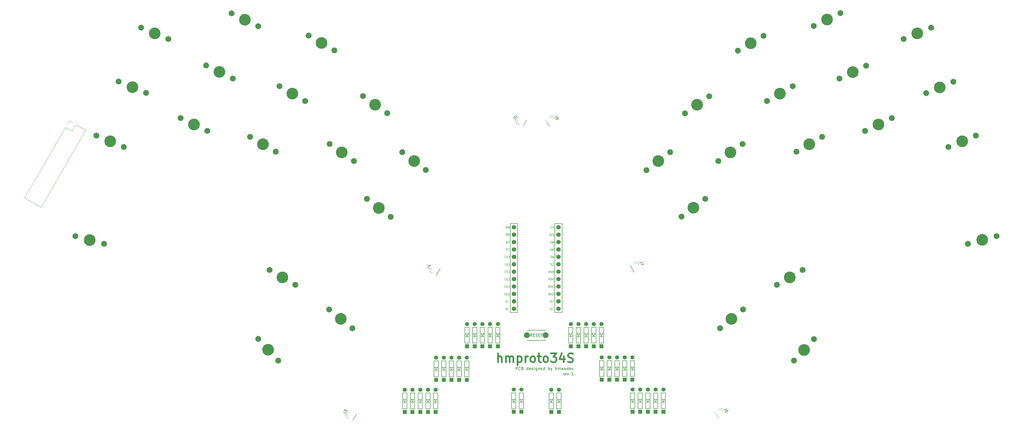
<source format=gbr>
%TF.GenerationSoftware,KiCad,Pcbnew,7.0.7*%
%TF.CreationDate,2024-06-13T17:52:44+09:00*%
%TF.ProjectId,hmproto34-bottom,686d7072-6f74-46f3-9334-2d626f74746f,rev?*%
%TF.SameCoordinates,Original*%
%TF.FileFunction,Legend,Top*%
%TF.FilePolarity,Positive*%
%FSLAX46Y46*%
G04 Gerber Fmt 4.6, Leading zero omitted, Abs format (unit mm)*
G04 Created by KiCad (PCBNEW 7.0.7) date 2024-06-13 17:52:44*
%MOMM*%
%LPD*%
G01*
G04 APERTURE LIST*
%ADD10C,0.600000*%
%ADD11C,0.150000*%
%ADD12C,0.125000*%
%ADD13C,0.120000*%
%ADD14C,2.000000*%
%ADD15C,4.000000*%
%ADD16R,1.397000X1.397000*%
%ADD17C,1.397000*%
%ADD18C,1.524000*%
G04 APERTURE END LIST*
D10*
X134489021Y-137771657D02*
X134489021Y-134771657D01*
X135774736Y-137771657D02*
X135774736Y-136200228D01*
X135774736Y-136200228D02*
X135631878Y-135914514D01*
X135631878Y-135914514D02*
X135346164Y-135771657D01*
X135346164Y-135771657D02*
X134917593Y-135771657D01*
X134917593Y-135771657D02*
X134631878Y-135914514D01*
X134631878Y-135914514D02*
X134489021Y-136057371D01*
X137203307Y-137771657D02*
X137203307Y-135771657D01*
X137203307Y-136057371D02*
X137346164Y-135914514D01*
X137346164Y-135914514D02*
X137631879Y-135771657D01*
X137631879Y-135771657D02*
X138060450Y-135771657D01*
X138060450Y-135771657D02*
X138346164Y-135914514D01*
X138346164Y-135914514D02*
X138489022Y-136200228D01*
X138489022Y-136200228D02*
X138489022Y-137771657D01*
X138489022Y-136200228D02*
X138631879Y-135914514D01*
X138631879Y-135914514D02*
X138917593Y-135771657D01*
X138917593Y-135771657D02*
X139346164Y-135771657D01*
X139346164Y-135771657D02*
X139631879Y-135914514D01*
X139631879Y-135914514D02*
X139774736Y-136200228D01*
X139774736Y-136200228D02*
X139774736Y-137771657D01*
X141203307Y-135771657D02*
X141203307Y-138771657D01*
X141203307Y-135914514D02*
X141489022Y-135771657D01*
X141489022Y-135771657D02*
X142060450Y-135771657D01*
X142060450Y-135771657D02*
X142346164Y-135914514D01*
X142346164Y-135914514D02*
X142489022Y-136057371D01*
X142489022Y-136057371D02*
X142631879Y-136343085D01*
X142631879Y-136343085D02*
X142631879Y-137200228D01*
X142631879Y-137200228D02*
X142489022Y-137485942D01*
X142489022Y-137485942D02*
X142346164Y-137628800D01*
X142346164Y-137628800D02*
X142060450Y-137771657D01*
X142060450Y-137771657D02*
X141489022Y-137771657D01*
X141489022Y-137771657D02*
X141203307Y-137628800D01*
X143917593Y-137771657D02*
X143917593Y-135771657D01*
X143917593Y-136343085D02*
X144060450Y-136057371D01*
X144060450Y-136057371D02*
X144203308Y-135914514D01*
X144203308Y-135914514D02*
X144489022Y-135771657D01*
X144489022Y-135771657D02*
X144774736Y-135771657D01*
X146203308Y-137771657D02*
X145917593Y-137628800D01*
X145917593Y-137628800D02*
X145774736Y-137485942D01*
X145774736Y-137485942D02*
X145631879Y-137200228D01*
X145631879Y-137200228D02*
X145631879Y-136343085D01*
X145631879Y-136343085D02*
X145774736Y-136057371D01*
X145774736Y-136057371D02*
X145917593Y-135914514D01*
X145917593Y-135914514D02*
X146203308Y-135771657D01*
X146203308Y-135771657D02*
X146631879Y-135771657D01*
X146631879Y-135771657D02*
X146917593Y-135914514D01*
X146917593Y-135914514D02*
X147060451Y-136057371D01*
X147060451Y-136057371D02*
X147203308Y-136343085D01*
X147203308Y-136343085D02*
X147203308Y-137200228D01*
X147203308Y-137200228D02*
X147060451Y-137485942D01*
X147060451Y-137485942D02*
X146917593Y-137628800D01*
X146917593Y-137628800D02*
X146631879Y-137771657D01*
X146631879Y-137771657D02*
X146203308Y-137771657D01*
X148060451Y-135771657D02*
X149203308Y-135771657D01*
X148489022Y-134771657D02*
X148489022Y-137343085D01*
X148489022Y-137343085D02*
X148631879Y-137628800D01*
X148631879Y-137628800D02*
X148917594Y-137771657D01*
X148917594Y-137771657D02*
X149203308Y-137771657D01*
X150631880Y-137771657D02*
X150346165Y-137628800D01*
X150346165Y-137628800D02*
X150203308Y-137485942D01*
X150203308Y-137485942D02*
X150060451Y-137200228D01*
X150060451Y-137200228D02*
X150060451Y-136343085D01*
X150060451Y-136343085D02*
X150203308Y-136057371D01*
X150203308Y-136057371D02*
X150346165Y-135914514D01*
X150346165Y-135914514D02*
X150631880Y-135771657D01*
X150631880Y-135771657D02*
X151060451Y-135771657D01*
X151060451Y-135771657D02*
X151346165Y-135914514D01*
X151346165Y-135914514D02*
X151489023Y-136057371D01*
X151489023Y-136057371D02*
X151631880Y-136343085D01*
X151631880Y-136343085D02*
X151631880Y-137200228D01*
X151631880Y-137200228D02*
X151489023Y-137485942D01*
X151489023Y-137485942D02*
X151346165Y-137628800D01*
X151346165Y-137628800D02*
X151060451Y-137771657D01*
X151060451Y-137771657D02*
X150631880Y-137771657D01*
X152631880Y-134771657D02*
X154489023Y-134771657D01*
X154489023Y-134771657D02*
X153489023Y-135914514D01*
X153489023Y-135914514D02*
X153917594Y-135914514D01*
X153917594Y-135914514D02*
X154203309Y-136057371D01*
X154203309Y-136057371D02*
X154346166Y-136200228D01*
X154346166Y-136200228D02*
X154489023Y-136485942D01*
X154489023Y-136485942D02*
X154489023Y-137200228D01*
X154489023Y-137200228D02*
X154346166Y-137485942D01*
X154346166Y-137485942D02*
X154203309Y-137628800D01*
X154203309Y-137628800D02*
X153917594Y-137771657D01*
X153917594Y-137771657D02*
X153060451Y-137771657D01*
X153060451Y-137771657D02*
X152774737Y-137628800D01*
X152774737Y-137628800D02*
X152631880Y-137485942D01*
X157060452Y-135771657D02*
X157060452Y-137771657D01*
X156346166Y-134628800D02*
X155631880Y-136771657D01*
X155631880Y-136771657D02*
X157489023Y-136771657D01*
X158489023Y-137628800D02*
X158917595Y-137771657D01*
X158917595Y-137771657D02*
X159631880Y-137771657D01*
X159631880Y-137771657D02*
X159917595Y-137628800D01*
X159917595Y-137628800D02*
X160060452Y-137485942D01*
X160060452Y-137485942D02*
X160203309Y-137200228D01*
X160203309Y-137200228D02*
X160203309Y-136914514D01*
X160203309Y-136914514D02*
X160060452Y-136628800D01*
X160060452Y-136628800D02*
X159917595Y-136485942D01*
X159917595Y-136485942D02*
X159631880Y-136343085D01*
X159631880Y-136343085D02*
X159060452Y-136200228D01*
X159060452Y-136200228D02*
X158774737Y-136057371D01*
X158774737Y-136057371D02*
X158631880Y-135914514D01*
X158631880Y-135914514D02*
X158489023Y-135628800D01*
X158489023Y-135628800D02*
X158489023Y-135343085D01*
X158489023Y-135343085D02*
X158631880Y-135057371D01*
X158631880Y-135057371D02*
X158774737Y-134914514D01*
X158774737Y-134914514D02*
X159060452Y-134771657D01*
X159060452Y-134771657D02*
X159774737Y-134771657D01*
X159774737Y-134771657D02*
X160203309Y-134914514D01*
D11*
X140656779Y-140449819D02*
X140656779Y-139449819D01*
X140656779Y-139449819D02*
X141037731Y-139449819D01*
X141037731Y-139449819D02*
X141132969Y-139497438D01*
X141132969Y-139497438D02*
X141180588Y-139545057D01*
X141180588Y-139545057D02*
X141228207Y-139640295D01*
X141228207Y-139640295D02*
X141228207Y-139783152D01*
X141228207Y-139783152D02*
X141180588Y-139878390D01*
X141180588Y-139878390D02*
X141132969Y-139926009D01*
X141132969Y-139926009D02*
X141037731Y-139973628D01*
X141037731Y-139973628D02*
X140656779Y-139973628D01*
X142228207Y-140354580D02*
X142180588Y-140402200D01*
X142180588Y-140402200D02*
X142037731Y-140449819D01*
X142037731Y-140449819D02*
X141942493Y-140449819D01*
X141942493Y-140449819D02*
X141799636Y-140402200D01*
X141799636Y-140402200D02*
X141704398Y-140306961D01*
X141704398Y-140306961D02*
X141656779Y-140211723D01*
X141656779Y-140211723D02*
X141609160Y-140021247D01*
X141609160Y-140021247D02*
X141609160Y-139878390D01*
X141609160Y-139878390D02*
X141656779Y-139687914D01*
X141656779Y-139687914D02*
X141704398Y-139592676D01*
X141704398Y-139592676D02*
X141799636Y-139497438D01*
X141799636Y-139497438D02*
X141942493Y-139449819D01*
X141942493Y-139449819D02*
X142037731Y-139449819D01*
X142037731Y-139449819D02*
X142180588Y-139497438D01*
X142180588Y-139497438D02*
X142228207Y-139545057D01*
X142990112Y-139926009D02*
X143132969Y-139973628D01*
X143132969Y-139973628D02*
X143180588Y-140021247D01*
X143180588Y-140021247D02*
X143228207Y-140116485D01*
X143228207Y-140116485D02*
X143228207Y-140259342D01*
X143228207Y-140259342D02*
X143180588Y-140354580D01*
X143180588Y-140354580D02*
X143132969Y-140402200D01*
X143132969Y-140402200D02*
X143037731Y-140449819D01*
X143037731Y-140449819D02*
X142656779Y-140449819D01*
X142656779Y-140449819D02*
X142656779Y-139449819D01*
X142656779Y-139449819D02*
X142990112Y-139449819D01*
X142990112Y-139449819D02*
X143085350Y-139497438D01*
X143085350Y-139497438D02*
X143132969Y-139545057D01*
X143132969Y-139545057D02*
X143180588Y-139640295D01*
X143180588Y-139640295D02*
X143180588Y-139735533D01*
X143180588Y-139735533D02*
X143132969Y-139830771D01*
X143132969Y-139830771D02*
X143085350Y-139878390D01*
X143085350Y-139878390D02*
X142990112Y-139926009D01*
X142990112Y-139926009D02*
X142656779Y-139926009D01*
X144847255Y-140449819D02*
X144847255Y-139449819D01*
X144847255Y-140402200D02*
X144752017Y-140449819D01*
X144752017Y-140449819D02*
X144561541Y-140449819D01*
X144561541Y-140449819D02*
X144466303Y-140402200D01*
X144466303Y-140402200D02*
X144418684Y-140354580D01*
X144418684Y-140354580D02*
X144371065Y-140259342D01*
X144371065Y-140259342D02*
X144371065Y-139973628D01*
X144371065Y-139973628D02*
X144418684Y-139878390D01*
X144418684Y-139878390D02*
X144466303Y-139830771D01*
X144466303Y-139830771D02*
X144561541Y-139783152D01*
X144561541Y-139783152D02*
X144752017Y-139783152D01*
X144752017Y-139783152D02*
X144847255Y-139830771D01*
X145704398Y-140402200D02*
X145609160Y-140449819D01*
X145609160Y-140449819D02*
X145418684Y-140449819D01*
X145418684Y-140449819D02*
X145323446Y-140402200D01*
X145323446Y-140402200D02*
X145275827Y-140306961D01*
X145275827Y-140306961D02*
X145275827Y-139926009D01*
X145275827Y-139926009D02*
X145323446Y-139830771D01*
X145323446Y-139830771D02*
X145418684Y-139783152D01*
X145418684Y-139783152D02*
X145609160Y-139783152D01*
X145609160Y-139783152D02*
X145704398Y-139830771D01*
X145704398Y-139830771D02*
X145752017Y-139926009D01*
X145752017Y-139926009D02*
X145752017Y-140021247D01*
X145752017Y-140021247D02*
X145275827Y-140116485D01*
X146132970Y-140402200D02*
X146228208Y-140449819D01*
X146228208Y-140449819D02*
X146418684Y-140449819D01*
X146418684Y-140449819D02*
X146513922Y-140402200D01*
X146513922Y-140402200D02*
X146561541Y-140306961D01*
X146561541Y-140306961D02*
X146561541Y-140259342D01*
X146561541Y-140259342D02*
X146513922Y-140164104D01*
X146513922Y-140164104D02*
X146418684Y-140116485D01*
X146418684Y-140116485D02*
X146275827Y-140116485D01*
X146275827Y-140116485D02*
X146180589Y-140068866D01*
X146180589Y-140068866D02*
X146132970Y-139973628D01*
X146132970Y-139973628D02*
X146132970Y-139926009D01*
X146132970Y-139926009D02*
X146180589Y-139830771D01*
X146180589Y-139830771D02*
X146275827Y-139783152D01*
X146275827Y-139783152D02*
X146418684Y-139783152D01*
X146418684Y-139783152D02*
X146513922Y-139830771D01*
X146990113Y-140449819D02*
X146990113Y-139783152D01*
X146990113Y-139449819D02*
X146942494Y-139497438D01*
X146942494Y-139497438D02*
X146990113Y-139545057D01*
X146990113Y-139545057D02*
X147037732Y-139497438D01*
X147037732Y-139497438D02*
X146990113Y-139449819D01*
X146990113Y-139449819D02*
X146990113Y-139545057D01*
X147894874Y-139783152D02*
X147894874Y-140592676D01*
X147894874Y-140592676D02*
X147847255Y-140687914D01*
X147847255Y-140687914D02*
X147799636Y-140735533D01*
X147799636Y-140735533D02*
X147704398Y-140783152D01*
X147704398Y-140783152D02*
X147561541Y-140783152D01*
X147561541Y-140783152D02*
X147466303Y-140735533D01*
X147894874Y-140402200D02*
X147799636Y-140449819D01*
X147799636Y-140449819D02*
X147609160Y-140449819D01*
X147609160Y-140449819D02*
X147513922Y-140402200D01*
X147513922Y-140402200D02*
X147466303Y-140354580D01*
X147466303Y-140354580D02*
X147418684Y-140259342D01*
X147418684Y-140259342D02*
X147418684Y-139973628D01*
X147418684Y-139973628D02*
X147466303Y-139878390D01*
X147466303Y-139878390D02*
X147513922Y-139830771D01*
X147513922Y-139830771D02*
X147609160Y-139783152D01*
X147609160Y-139783152D02*
X147799636Y-139783152D01*
X147799636Y-139783152D02*
X147894874Y-139830771D01*
X148371065Y-139783152D02*
X148371065Y-140449819D01*
X148371065Y-139878390D02*
X148418684Y-139830771D01*
X148418684Y-139830771D02*
X148513922Y-139783152D01*
X148513922Y-139783152D02*
X148656779Y-139783152D01*
X148656779Y-139783152D02*
X148752017Y-139830771D01*
X148752017Y-139830771D02*
X148799636Y-139926009D01*
X148799636Y-139926009D02*
X148799636Y-140449819D01*
X149656779Y-140402200D02*
X149561541Y-140449819D01*
X149561541Y-140449819D02*
X149371065Y-140449819D01*
X149371065Y-140449819D02*
X149275827Y-140402200D01*
X149275827Y-140402200D02*
X149228208Y-140306961D01*
X149228208Y-140306961D02*
X149228208Y-139926009D01*
X149228208Y-139926009D02*
X149275827Y-139830771D01*
X149275827Y-139830771D02*
X149371065Y-139783152D01*
X149371065Y-139783152D02*
X149561541Y-139783152D01*
X149561541Y-139783152D02*
X149656779Y-139830771D01*
X149656779Y-139830771D02*
X149704398Y-139926009D01*
X149704398Y-139926009D02*
X149704398Y-140021247D01*
X149704398Y-140021247D02*
X149228208Y-140116485D01*
X150561541Y-140449819D02*
X150561541Y-139449819D01*
X150561541Y-140402200D02*
X150466303Y-140449819D01*
X150466303Y-140449819D02*
X150275827Y-140449819D01*
X150275827Y-140449819D02*
X150180589Y-140402200D01*
X150180589Y-140402200D02*
X150132970Y-140354580D01*
X150132970Y-140354580D02*
X150085351Y-140259342D01*
X150085351Y-140259342D02*
X150085351Y-139973628D01*
X150085351Y-139973628D02*
X150132970Y-139878390D01*
X150132970Y-139878390D02*
X150180589Y-139830771D01*
X150180589Y-139830771D02*
X150275827Y-139783152D01*
X150275827Y-139783152D02*
X150466303Y-139783152D01*
X150466303Y-139783152D02*
X150561541Y-139830771D01*
X151799637Y-140449819D02*
X151799637Y-139449819D01*
X151799637Y-139830771D02*
X151894875Y-139783152D01*
X151894875Y-139783152D02*
X152085351Y-139783152D01*
X152085351Y-139783152D02*
X152180589Y-139830771D01*
X152180589Y-139830771D02*
X152228208Y-139878390D01*
X152228208Y-139878390D02*
X152275827Y-139973628D01*
X152275827Y-139973628D02*
X152275827Y-140259342D01*
X152275827Y-140259342D02*
X152228208Y-140354580D01*
X152228208Y-140354580D02*
X152180589Y-140402200D01*
X152180589Y-140402200D02*
X152085351Y-140449819D01*
X152085351Y-140449819D02*
X151894875Y-140449819D01*
X151894875Y-140449819D02*
X151799637Y-140402200D01*
X152609161Y-139783152D02*
X152847256Y-140449819D01*
X153085351Y-139783152D02*
X152847256Y-140449819D01*
X152847256Y-140449819D02*
X152752018Y-140687914D01*
X152752018Y-140687914D02*
X152704399Y-140735533D01*
X152704399Y-140735533D02*
X152609161Y-140783152D01*
X154228209Y-140449819D02*
X154228209Y-139449819D01*
X154656780Y-140449819D02*
X154656780Y-139926009D01*
X154656780Y-139926009D02*
X154609161Y-139830771D01*
X154609161Y-139830771D02*
X154513923Y-139783152D01*
X154513923Y-139783152D02*
X154371066Y-139783152D01*
X154371066Y-139783152D02*
X154275828Y-139830771D01*
X154275828Y-139830771D02*
X154228209Y-139878390D01*
X155132971Y-140449819D02*
X155132971Y-139783152D01*
X155132971Y-139878390D02*
X155180590Y-139830771D01*
X155180590Y-139830771D02*
X155275828Y-139783152D01*
X155275828Y-139783152D02*
X155418685Y-139783152D01*
X155418685Y-139783152D02*
X155513923Y-139830771D01*
X155513923Y-139830771D02*
X155561542Y-139926009D01*
X155561542Y-139926009D02*
X155561542Y-140449819D01*
X155561542Y-139926009D02*
X155609161Y-139830771D01*
X155609161Y-139830771D02*
X155704399Y-139783152D01*
X155704399Y-139783152D02*
X155847256Y-139783152D01*
X155847256Y-139783152D02*
X155942495Y-139830771D01*
X155942495Y-139830771D02*
X155990114Y-139926009D01*
X155990114Y-139926009D02*
X155990114Y-140449819D01*
X156894875Y-140449819D02*
X156894875Y-139926009D01*
X156894875Y-139926009D02*
X156847256Y-139830771D01*
X156847256Y-139830771D02*
X156752018Y-139783152D01*
X156752018Y-139783152D02*
X156561542Y-139783152D01*
X156561542Y-139783152D02*
X156466304Y-139830771D01*
X156894875Y-140402200D02*
X156799637Y-140449819D01*
X156799637Y-140449819D02*
X156561542Y-140449819D01*
X156561542Y-140449819D02*
X156466304Y-140402200D01*
X156466304Y-140402200D02*
X156418685Y-140306961D01*
X156418685Y-140306961D02*
X156418685Y-140211723D01*
X156418685Y-140211723D02*
X156466304Y-140116485D01*
X156466304Y-140116485D02*
X156561542Y-140068866D01*
X156561542Y-140068866D02*
X156799637Y-140068866D01*
X156799637Y-140068866D02*
X156894875Y-140021247D01*
X157323447Y-140402200D02*
X157418685Y-140449819D01*
X157418685Y-140449819D02*
X157609161Y-140449819D01*
X157609161Y-140449819D02*
X157704399Y-140402200D01*
X157704399Y-140402200D02*
X157752018Y-140306961D01*
X157752018Y-140306961D02*
X157752018Y-140259342D01*
X157752018Y-140259342D02*
X157704399Y-140164104D01*
X157704399Y-140164104D02*
X157609161Y-140116485D01*
X157609161Y-140116485D02*
X157466304Y-140116485D01*
X157466304Y-140116485D02*
X157371066Y-140068866D01*
X157371066Y-140068866D02*
X157323447Y-139973628D01*
X157323447Y-139973628D02*
X157323447Y-139926009D01*
X157323447Y-139926009D02*
X157371066Y-139830771D01*
X157371066Y-139830771D02*
X157466304Y-139783152D01*
X157466304Y-139783152D02*
X157609161Y-139783152D01*
X157609161Y-139783152D02*
X157704399Y-139830771D01*
X158609161Y-140449819D02*
X158609161Y-139449819D01*
X158609161Y-140402200D02*
X158513923Y-140449819D01*
X158513923Y-140449819D02*
X158323447Y-140449819D01*
X158323447Y-140449819D02*
X158228209Y-140402200D01*
X158228209Y-140402200D02*
X158180590Y-140354580D01*
X158180590Y-140354580D02*
X158132971Y-140259342D01*
X158132971Y-140259342D02*
X158132971Y-139973628D01*
X158132971Y-139973628D02*
X158180590Y-139878390D01*
X158180590Y-139878390D02*
X158228209Y-139830771D01*
X158228209Y-139830771D02*
X158323447Y-139783152D01*
X158323447Y-139783152D02*
X158513923Y-139783152D01*
X158513923Y-139783152D02*
X158609161Y-139830771D01*
X159466304Y-140402200D02*
X159371066Y-140449819D01*
X159371066Y-140449819D02*
X159180590Y-140449819D01*
X159180590Y-140449819D02*
X159085352Y-140402200D01*
X159085352Y-140402200D02*
X159037733Y-140306961D01*
X159037733Y-140306961D02*
X159037733Y-139926009D01*
X159037733Y-139926009D02*
X159085352Y-139830771D01*
X159085352Y-139830771D02*
X159180590Y-139783152D01*
X159180590Y-139783152D02*
X159371066Y-139783152D01*
X159371066Y-139783152D02*
X159466304Y-139830771D01*
X159466304Y-139830771D02*
X159513923Y-139926009D01*
X159513923Y-139926009D02*
X159513923Y-140021247D01*
X159513923Y-140021247D02*
X159037733Y-140116485D01*
X159847257Y-139783152D02*
X160085352Y-140449819D01*
X160085352Y-140449819D02*
X160323447Y-139783152D01*
X156836779Y-142289819D02*
X156836779Y-141623152D01*
X156836779Y-141813628D02*
X156884398Y-141718390D01*
X156884398Y-141718390D02*
X156932017Y-141670771D01*
X156932017Y-141670771D02*
X157027255Y-141623152D01*
X157027255Y-141623152D02*
X157122493Y-141623152D01*
X157836779Y-142242200D02*
X157741541Y-142289819D01*
X157741541Y-142289819D02*
X157551065Y-142289819D01*
X157551065Y-142289819D02*
X157455827Y-142242200D01*
X157455827Y-142242200D02*
X157408208Y-142146961D01*
X157408208Y-142146961D02*
X157408208Y-141766009D01*
X157408208Y-141766009D02*
X157455827Y-141670771D01*
X157455827Y-141670771D02*
X157551065Y-141623152D01*
X157551065Y-141623152D02*
X157741541Y-141623152D01*
X157741541Y-141623152D02*
X157836779Y-141670771D01*
X157836779Y-141670771D02*
X157884398Y-141766009D01*
X157884398Y-141766009D02*
X157884398Y-141861247D01*
X157884398Y-141861247D02*
X157408208Y-141956485D01*
X158217732Y-141623152D02*
X158455827Y-142289819D01*
X158455827Y-142289819D02*
X158693922Y-141623152D01*
X160360589Y-142289819D02*
X159789161Y-142289819D01*
X160074875Y-142289819D02*
X160074875Y-141289819D01*
X160074875Y-141289819D02*
X159979637Y-141432676D01*
X159979637Y-141432676D02*
X159884399Y-141527914D01*
X159884399Y-141527914D02*
X159789161Y-141575533D01*
D12*
X152738571Y-91902464D02*
X152500476Y-91902464D01*
X152500476Y-91902464D02*
X152500476Y-91152464D01*
X152905238Y-91509607D02*
X153071905Y-91509607D01*
X153143333Y-91902464D02*
X152905238Y-91902464D01*
X152905238Y-91902464D02*
X152905238Y-91152464D01*
X152905238Y-91152464D02*
X153143333Y-91152464D01*
X153357619Y-91902464D02*
X153357619Y-91152464D01*
X153357619Y-91152464D02*
X153476667Y-91152464D01*
X153476667Y-91152464D02*
X153548095Y-91188178D01*
X153548095Y-91188178D02*
X153595714Y-91259607D01*
X153595714Y-91259607D02*
X153619524Y-91331035D01*
X153619524Y-91331035D02*
X153643333Y-91473892D01*
X153643333Y-91473892D02*
X153643333Y-91581035D01*
X153643333Y-91581035D02*
X153619524Y-91723892D01*
X153619524Y-91723892D02*
X153595714Y-91795321D01*
X153595714Y-91795321D02*
X153548095Y-91866750D01*
X153548095Y-91866750D02*
X153476667Y-91902464D01*
X153476667Y-91902464D02*
X153357619Y-91902464D01*
X137162380Y-104531035D02*
X137138571Y-104566750D01*
X137138571Y-104566750D02*
X137067142Y-104602464D01*
X137067142Y-104602464D02*
X137019523Y-104602464D01*
X137019523Y-104602464D02*
X136948095Y-104566750D01*
X136948095Y-104566750D02*
X136900476Y-104495321D01*
X136900476Y-104495321D02*
X136876666Y-104423892D01*
X136876666Y-104423892D02*
X136852857Y-104281035D01*
X136852857Y-104281035D02*
X136852857Y-104173892D01*
X136852857Y-104173892D02*
X136876666Y-104031035D01*
X136876666Y-104031035D02*
X136900476Y-103959607D01*
X136900476Y-103959607D02*
X136948095Y-103888178D01*
X136948095Y-103888178D02*
X137019523Y-103852464D01*
X137019523Y-103852464D02*
X137067142Y-103852464D01*
X137067142Y-103852464D02*
X137138571Y-103888178D01*
X137138571Y-103888178D02*
X137162380Y-103923892D01*
X137471904Y-103852464D02*
X137567142Y-103852464D01*
X137567142Y-103852464D02*
X137614761Y-103888178D01*
X137614761Y-103888178D02*
X137662380Y-103959607D01*
X137662380Y-103959607D02*
X137686190Y-104102464D01*
X137686190Y-104102464D02*
X137686190Y-104352464D01*
X137686190Y-104352464D02*
X137662380Y-104495321D01*
X137662380Y-104495321D02*
X137614761Y-104566750D01*
X137614761Y-104566750D02*
X137567142Y-104602464D01*
X137567142Y-104602464D02*
X137471904Y-104602464D01*
X137471904Y-104602464D02*
X137424285Y-104566750D01*
X137424285Y-104566750D02*
X137376666Y-104495321D01*
X137376666Y-104495321D02*
X137352857Y-104352464D01*
X137352857Y-104352464D02*
X137352857Y-104102464D01*
X137352857Y-104102464D02*
X137376666Y-103959607D01*
X137376666Y-103959607D02*
X137424285Y-103888178D01*
X137424285Y-103888178D02*
X137471904Y-103852464D01*
X138138571Y-104602464D02*
X137900476Y-104602464D01*
X137900476Y-104602464D02*
X137900476Y-103852464D01*
X138567143Y-104602464D02*
X138281429Y-104602464D01*
X138424286Y-104602464D02*
X138424286Y-103852464D01*
X138424286Y-103852464D02*
X138376667Y-103959607D01*
X138376667Y-103959607D02*
X138329048Y-104031035D01*
X138329048Y-104031035D02*
X138281429Y-104066750D01*
X137307619Y-119487607D02*
X137379047Y-119523321D01*
X137379047Y-119523321D02*
X137402857Y-119559035D01*
X137402857Y-119559035D02*
X137426666Y-119630464D01*
X137426666Y-119630464D02*
X137426666Y-119737607D01*
X137426666Y-119737607D02*
X137402857Y-119809035D01*
X137402857Y-119809035D02*
X137379047Y-119844750D01*
X137379047Y-119844750D02*
X137331428Y-119880464D01*
X137331428Y-119880464D02*
X137140952Y-119880464D01*
X137140952Y-119880464D02*
X137140952Y-119130464D01*
X137140952Y-119130464D02*
X137307619Y-119130464D01*
X137307619Y-119130464D02*
X137355238Y-119166178D01*
X137355238Y-119166178D02*
X137379047Y-119201892D01*
X137379047Y-119201892D02*
X137402857Y-119273321D01*
X137402857Y-119273321D02*
X137402857Y-119344750D01*
X137402857Y-119344750D02*
X137379047Y-119416178D01*
X137379047Y-119416178D02*
X137355238Y-119451892D01*
X137355238Y-119451892D02*
X137307619Y-119487607D01*
X137307619Y-119487607D02*
X137140952Y-119487607D01*
X137855238Y-119130464D02*
X137760000Y-119130464D01*
X137760000Y-119130464D02*
X137712381Y-119166178D01*
X137712381Y-119166178D02*
X137688571Y-119201892D01*
X137688571Y-119201892D02*
X137640952Y-119309035D01*
X137640952Y-119309035D02*
X137617143Y-119451892D01*
X137617143Y-119451892D02*
X137617143Y-119737607D01*
X137617143Y-119737607D02*
X137640952Y-119809035D01*
X137640952Y-119809035D02*
X137664762Y-119844750D01*
X137664762Y-119844750D02*
X137712381Y-119880464D01*
X137712381Y-119880464D02*
X137807619Y-119880464D01*
X137807619Y-119880464D02*
X137855238Y-119844750D01*
X137855238Y-119844750D02*
X137879047Y-119809035D01*
X137879047Y-119809035D02*
X137902857Y-119737607D01*
X137902857Y-119737607D02*
X137902857Y-119559035D01*
X137902857Y-119559035D02*
X137879047Y-119487607D01*
X137879047Y-119487607D02*
X137855238Y-119451892D01*
X137855238Y-119451892D02*
X137807619Y-119416178D01*
X137807619Y-119416178D02*
X137712381Y-119416178D01*
X137712381Y-119416178D02*
X137664762Y-119451892D01*
X137664762Y-119451892D02*
X137640952Y-119487607D01*
X137640952Y-119487607D02*
X137617143Y-119559035D01*
X152129047Y-112230464D02*
X151962381Y-111873321D01*
X151843333Y-112230464D02*
X151843333Y-111480464D01*
X151843333Y-111480464D02*
X152033809Y-111480464D01*
X152033809Y-111480464D02*
X152081428Y-111516178D01*
X152081428Y-111516178D02*
X152105238Y-111551892D01*
X152105238Y-111551892D02*
X152129047Y-111623321D01*
X152129047Y-111623321D02*
X152129047Y-111730464D01*
X152129047Y-111730464D02*
X152105238Y-111801892D01*
X152105238Y-111801892D02*
X152081428Y-111837607D01*
X152081428Y-111837607D02*
X152033809Y-111873321D01*
X152033809Y-111873321D02*
X151843333Y-111873321D01*
X152438571Y-111480464D02*
X152533809Y-111480464D01*
X152533809Y-111480464D02*
X152581428Y-111516178D01*
X152581428Y-111516178D02*
X152629047Y-111587607D01*
X152629047Y-111587607D02*
X152652857Y-111730464D01*
X152652857Y-111730464D02*
X152652857Y-111980464D01*
X152652857Y-111980464D02*
X152629047Y-112123321D01*
X152629047Y-112123321D02*
X152581428Y-112194750D01*
X152581428Y-112194750D02*
X152533809Y-112230464D01*
X152533809Y-112230464D02*
X152438571Y-112230464D01*
X152438571Y-112230464D02*
X152390952Y-112194750D01*
X152390952Y-112194750D02*
X152343333Y-112123321D01*
X152343333Y-112123321D02*
X152319524Y-111980464D01*
X152319524Y-111980464D02*
X152319524Y-111730464D01*
X152319524Y-111730464D02*
X152343333Y-111587607D01*
X152343333Y-111587607D02*
X152390952Y-111516178D01*
X152390952Y-111516178D02*
X152438571Y-111480464D01*
X152819524Y-111480464D02*
X152938572Y-112230464D01*
X152938572Y-112230464D02*
X153033810Y-111694750D01*
X153033810Y-111694750D02*
X153129048Y-112230464D01*
X153129048Y-112230464D02*
X153248096Y-111480464D01*
X153414763Y-111551892D02*
X153438572Y-111516178D01*
X153438572Y-111516178D02*
X153486191Y-111480464D01*
X153486191Y-111480464D02*
X153605239Y-111480464D01*
X153605239Y-111480464D02*
X153652858Y-111516178D01*
X153652858Y-111516178D02*
X153676667Y-111551892D01*
X153676667Y-111551892D02*
X153700477Y-111623321D01*
X153700477Y-111623321D02*
X153700477Y-111694750D01*
X153700477Y-111694750D02*
X153676667Y-111801892D01*
X153676667Y-111801892D02*
X153390953Y-112230464D01*
X153390953Y-112230464D02*
X153700477Y-112230464D01*
X152557619Y-116909607D02*
X152629047Y-116945321D01*
X152629047Y-116945321D02*
X152652857Y-116981035D01*
X152652857Y-116981035D02*
X152676666Y-117052464D01*
X152676666Y-117052464D02*
X152676666Y-117159607D01*
X152676666Y-117159607D02*
X152652857Y-117231035D01*
X152652857Y-117231035D02*
X152629047Y-117266750D01*
X152629047Y-117266750D02*
X152581428Y-117302464D01*
X152581428Y-117302464D02*
X152390952Y-117302464D01*
X152390952Y-117302464D02*
X152390952Y-116552464D01*
X152390952Y-116552464D02*
X152557619Y-116552464D01*
X152557619Y-116552464D02*
X152605238Y-116588178D01*
X152605238Y-116588178D02*
X152629047Y-116623892D01*
X152629047Y-116623892D02*
X152652857Y-116695321D01*
X152652857Y-116695321D02*
X152652857Y-116766750D01*
X152652857Y-116766750D02*
X152629047Y-116838178D01*
X152629047Y-116838178D02*
X152605238Y-116873892D01*
X152605238Y-116873892D02*
X152557619Y-116909607D01*
X152557619Y-116909607D02*
X152390952Y-116909607D01*
X153105238Y-116802464D02*
X153105238Y-117302464D01*
X152986190Y-116516750D02*
X152867143Y-117052464D01*
X152867143Y-117052464D02*
X153176666Y-117052464D01*
X137463547Y-93728178D02*
X137415928Y-93692464D01*
X137415928Y-93692464D02*
X137344499Y-93692464D01*
X137344499Y-93692464D02*
X137273071Y-93728178D01*
X137273071Y-93728178D02*
X137225452Y-93799607D01*
X137225452Y-93799607D02*
X137201642Y-93871035D01*
X137201642Y-93871035D02*
X137177833Y-94013892D01*
X137177833Y-94013892D02*
X137177833Y-94121035D01*
X137177833Y-94121035D02*
X137201642Y-94263892D01*
X137201642Y-94263892D02*
X137225452Y-94335321D01*
X137225452Y-94335321D02*
X137273071Y-94406750D01*
X137273071Y-94406750D02*
X137344499Y-94442464D01*
X137344499Y-94442464D02*
X137392118Y-94442464D01*
X137392118Y-94442464D02*
X137463547Y-94406750D01*
X137463547Y-94406750D02*
X137487356Y-94371035D01*
X137487356Y-94371035D02*
X137487356Y-94121035D01*
X137487356Y-94121035D02*
X137392118Y-94121035D01*
X137701642Y-94442464D02*
X137701642Y-93692464D01*
X137701642Y-93692464D02*
X137987356Y-94442464D01*
X137987356Y-94442464D02*
X137987356Y-93692464D01*
X138225452Y-94442464D02*
X138225452Y-93692464D01*
X138225452Y-93692464D02*
X138344500Y-93692464D01*
X138344500Y-93692464D02*
X138415928Y-93728178D01*
X138415928Y-93728178D02*
X138463547Y-93799607D01*
X138463547Y-93799607D02*
X138487357Y-93871035D01*
X138487357Y-93871035D02*
X138511166Y-94013892D01*
X138511166Y-94013892D02*
X138511166Y-94121035D01*
X138511166Y-94121035D02*
X138487357Y-94263892D01*
X138487357Y-94263892D02*
X138463547Y-94335321D01*
X138463547Y-94335321D02*
X138415928Y-94406750D01*
X138415928Y-94406750D02*
X138344500Y-94442464D01*
X138344500Y-94442464D02*
X138225452Y-94442464D01*
X137177834Y-98772464D02*
X137344500Y-99522464D01*
X137344500Y-99522464D02*
X137511167Y-98772464D01*
X137963547Y-99451035D02*
X137939738Y-99486750D01*
X137939738Y-99486750D02*
X137868309Y-99522464D01*
X137868309Y-99522464D02*
X137820690Y-99522464D01*
X137820690Y-99522464D02*
X137749262Y-99486750D01*
X137749262Y-99486750D02*
X137701643Y-99415321D01*
X137701643Y-99415321D02*
X137677833Y-99343892D01*
X137677833Y-99343892D02*
X137654024Y-99201035D01*
X137654024Y-99201035D02*
X137654024Y-99093892D01*
X137654024Y-99093892D02*
X137677833Y-98951035D01*
X137677833Y-98951035D02*
X137701643Y-98879607D01*
X137701643Y-98879607D02*
X137749262Y-98808178D01*
X137749262Y-98808178D02*
X137820690Y-98772464D01*
X137820690Y-98772464D02*
X137868309Y-98772464D01*
X137868309Y-98772464D02*
X137939738Y-98808178D01*
X137939738Y-98808178D02*
X137963547Y-98843892D01*
X138463547Y-99451035D02*
X138439738Y-99486750D01*
X138439738Y-99486750D02*
X138368309Y-99522464D01*
X138368309Y-99522464D02*
X138320690Y-99522464D01*
X138320690Y-99522464D02*
X138249262Y-99486750D01*
X138249262Y-99486750D02*
X138201643Y-99415321D01*
X138201643Y-99415321D02*
X138177833Y-99343892D01*
X138177833Y-99343892D02*
X138154024Y-99201035D01*
X138154024Y-99201035D02*
X138154024Y-99093892D01*
X138154024Y-99093892D02*
X138177833Y-98951035D01*
X138177833Y-98951035D02*
X138201643Y-98879607D01*
X138201643Y-98879607D02*
X138249262Y-98808178D01*
X138249262Y-98808178D02*
X138320690Y-98772464D01*
X138320690Y-98772464D02*
X138368309Y-98772464D01*
X138368309Y-98772464D02*
X138439738Y-98808178D01*
X138439738Y-98808178D02*
X138463547Y-98843892D01*
X152179047Y-109682464D02*
X152012381Y-109325321D01*
X151893333Y-109682464D02*
X151893333Y-108932464D01*
X151893333Y-108932464D02*
X152083809Y-108932464D01*
X152083809Y-108932464D02*
X152131428Y-108968178D01*
X152131428Y-108968178D02*
X152155238Y-109003892D01*
X152155238Y-109003892D02*
X152179047Y-109075321D01*
X152179047Y-109075321D02*
X152179047Y-109182464D01*
X152179047Y-109182464D02*
X152155238Y-109253892D01*
X152155238Y-109253892D02*
X152131428Y-109289607D01*
X152131428Y-109289607D02*
X152083809Y-109325321D01*
X152083809Y-109325321D02*
X151893333Y-109325321D01*
X152488571Y-108932464D02*
X152583809Y-108932464D01*
X152583809Y-108932464D02*
X152631428Y-108968178D01*
X152631428Y-108968178D02*
X152679047Y-109039607D01*
X152679047Y-109039607D02*
X152702857Y-109182464D01*
X152702857Y-109182464D02*
X152702857Y-109432464D01*
X152702857Y-109432464D02*
X152679047Y-109575321D01*
X152679047Y-109575321D02*
X152631428Y-109646750D01*
X152631428Y-109646750D02*
X152583809Y-109682464D01*
X152583809Y-109682464D02*
X152488571Y-109682464D01*
X152488571Y-109682464D02*
X152440952Y-109646750D01*
X152440952Y-109646750D02*
X152393333Y-109575321D01*
X152393333Y-109575321D02*
X152369524Y-109432464D01*
X152369524Y-109432464D02*
X152369524Y-109182464D01*
X152369524Y-109182464D02*
X152393333Y-109039607D01*
X152393333Y-109039607D02*
X152440952Y-108968178D01*
X152440952Y-108968178D02*
X152488571Y-108932464D01*
X152869524Y-108932464D02*
X152988572Y-109682464D01*
X152988572Y-109682464D02*
X153083810Y-109146750D01*
X153083810Y-109146750D02*
X153179048Y-109682464D01*
X153179048Y-109682464D02*
X153298096Y-108932464D01*
X153750477Y-109682464D02*
X153464763Y-109682464D01*
X153607620Y-109682464D02*
X153607620Y-108932464D01*
X153607620Y-108932464D02*
X153560001Y-109039607D01*
X153560001Y-109039607D02*
X153512382Y-109111035D01*
X153512382Y-109111035D02*
X153464763Y-109146750D01*
X137499261Y-91902464D02*
X137332595Y-91545321D01*
X137213547Y-91902464D02*
X137213547Y-91152464D01*
X137213547Y-91152464D02*
X137404023Y-91152464D01*
X137404023Y-91152464D02*
X137451642Y-91188178D01*
X137451642Y-91188178D02*
X137475452Y-91223892D01*
X137475452Y-91223892D02*
X137499261Y-91295321D01*
X137499261Y-91295321D02*
X137499261Y-91402464D01*
X137499261Y-91402464D02*
X137475452Y-91473892D01*
X137475452Y-91473892D02*
X137451642Y-91509607D01*
X137451642Y-91509607D02*
X137404023Y-91545321D01*
X137404023Y-91545321D02*
X137213547Y-91545321D01*
X137689738Y-91688178D02*
X137927833Y-91688178D01*
X137642119Y-91902464D02*
X137808785Y-91152464D01*
X137808785Y-91152464D02*
X137975452Y-91902464D01*
X138094499Y-91152464D02*
X138213547Y-91902464D01*
X138213547Y-91902464D02*
X138308785Y-91366750D01*
X138308785Y-91366750D02*
X138404023Y-91902464D01*
X138404023Y-91902464D02*
X138523071Y-91152464D01*
X152640047Y-98871678D02*
X152592428Y-98835964D01*
X152592428Y-98835964D02*
X152520999Y-98835964D01*
X152520999Y-98835964D02*
X152449571Y-98871678D01*
X152449571Y-98871678D02*
X152401952Y-98943107D01*
X152401952Y-98943107D02*
X152378142Y-99014535D01*
X152378142Y-99014535D02*
X152354333Y-99157392D01*
X152354333Y-99157392D02*
X152354333Y-99264535D01*
X152354333Y-99264535D02*
X152378142Y-99407392D01*
X152378142Y-99407392D02*
X152401952Y-99478821D01*
X152401952Y-99478821D02*
X152449571Y-99550250D01*
X152449571Y-99550250D02*
X152520999Y-99585964D01*
X152520999Y-99585964D02*
X152568618Y-99585964D01*
X152568618Y-99585964D02*
X152640047Y-99550250D01*
X152640047Y-99550250D02*
X152663856Y-99514535D01*
X152663856Y-99514535D02*
X152663856Y-99264535D01*
X152663856Y-99264535D02*
X152568618Y-99264535D01*
X152878142Y-99585964D02*
X152878142Y-98835964D01*
X152878142Y-98835964D02*
X153163856Y-99585964D01*
X153163856Y-99585964D02*
X153163856Y-98835964D01*
X153401952Y-99585964D02*
X153401952Y-98835964D01*
X153401952Y-98835964D02*
X153521000Y-98835964D01*
X153521000Y-98835964D02*
X153592428Y-98871678D01*
X153592428Y-98871678D02*
X153640047Y-98943107D01*
X153640047Y-98943107D02*
X153663857Y-99014535D01*
X153663857Y-99014535D02*
X153687666Y-99157392D01*
X153687666Y-99157392D02*
X153687666Y-99264535D01*
X153687666Y-99264535D02*
X153663857Y-99407392D01*
X153663857Y-99407392D02*
X153640047Y-99478821D01*
X153640047Y-99478821D02*
X153592428Y-99550250D01*
X153592428Y-99550250D02*
X153521000Y-99585964D01*
X153521000Y-99585964D02*
X153401952Y-99585964D01*
X152413858Y-102026750D02*
X152485286Y-102062464D01*
X152485286Y-102062464D02*
X152604334Y-102062464D01*
X152604334Y-102062464D02*
X152651953Y-102026750D01*
X152651953Y-102026750D02*
X152675762Y-101991035D01*
X152675762Y-101991035D02*
X152699572Y-101919607D01*
X152699572Y-101919607D02*
X152699572Y-101848178D01*
X152699572Y-101848178D02*
X152675762Y-101776750D01*
X152675762Y-101776750D02*
X152651953Y-101741035D01*
X152651953Y-101741035D02*
X152604334Y-101705321D01*
X152604334Y-101705321D02*
X152509096Y-101669607D01*
X152509096Y-101669607D02*
X152461477Y-101633892D01*
X152461477Y-101633892D02*
X152437667Y-101598178D01*
X152437667Y-101598178D02*
X152413858Y-101526750D01*
X152413858Y-101526750D02*
X152413858Y-101455321D01*
X152413858Y-101455321D02*
X152437667Y-101383892D01*
X152437667Y-101383892D02*
X152461477Y-101348178D01*
X152461477Y-101348178D02*
X152509096Y-101312464D01*
X152509096Y-101312464D02*
X152628143Y-101312464D01*
X152628143Y-101312464D02*
X152699572Y-101348178D01*
X152913857Y-102062464D02*
X152913857Y-101312464D01*
X152913857Y-101312464D02*
X153032905Y-101312464D01*
X153032905Y-101312464D02*
X153104333Y-101348178D01*
X153104333Y-101348178D02*
X153151952Y-101419607D01*
X153151952Y-101419607D02*
X153175762Y-101491035D01*
X153175762Y-101491035D02*
X153199571Y-101633892D01*
X153199571Y-101633892D02*
X153199571Y-101741035D01*
X153199571Y-101741035D02*
X153175762Y-101883892D01*
X153175762Y-101883892D02*
X153151952Y-101955321D01*
X153151952Y-101955321D02*
X153104333Y-102026750D01*
X153104333Y-102026750D02*
X153032905Y-102062464D01*
X153032905Y-102062464D02*
X152913857Y-102062464D01*
X153390048Y-101848178D02*
X153628143Y-101848178D01*
X153342429Y-102062464D02*
X153509095Y-101312464D01*
X153509095Y-101312464D02*
X153675762Y-102062464D01*
X152425762Y-104566750D02*
X152497190Y-104602464D01*
X152497190Y-104602464D02*
X152616238Y-104602464D01*
X152616238Y-104602464D02*
X152663857Y-104566750D01*
X152663857Y-104566750D02*
X152687666Y-104531035D01*
X152687666Y-104531035D02*
X152711476Y-104459607D01*
X152711476Y-104459607D02*
X152711476Y-104388178D01*
X152711476Y-104388178D02*
X152687666Y-104316750D01*
X152687666Y-104316750D02*
X152663857Y-104281035D01*
X152663857Y-104281035D02*
X152616238Y-104245321D01*
X152616238Y-104245321D02*
X152521000Y-104209607D01*
X152521000Y-104209607D02*
X152473381Y-104173892D01*
X152473381Y-104173892D02*
X152449571Y-104138178D01*
X152449571Y-104138178D02*
X152425762Y-104066750D01*
X152425762Y-104066750D02*
X152425762Y-103995321D01*
X152425762Y-103995321D02*
X152449571Y-103923892D01*
X152449571Y-103923892D02*
X152473381Y-103888178D01*
X152473381Y-103888178D02*
X152521000Y-103852464D01*
X152521000Y-103852464D02*
X152640047Y-103852464D01*
X152640047Y-103852464D02*
X152711476Y-103888178D01*
X153211475Y-104531035D02*
X153187666Y-104566750D01*
X153187666Y-104566750D02*
X153116237Y-104602464D01*
X153116237Y-104602464D02*
X153068618Y-104602464D01*
X153068618Y-104602464D02*
X152997190Y-104566750D01*
X152997190Y-104566750D02*
X152949571Y-104495321D01*
X152949571Y-104495321D02*
X152925761Y-104423892D01*
X152925761Y-104423892D02*
X152901952Y-104281035D01*
X152901952Y-104281035D02*
X152901952Y-104173892D01*
X152901952Y-104173892D02*
X152925761Y-104031035D01*
X152925761Y-104031035D02*
X152949571Y-103959607D01*
X152949571Y-103959607D02*
X152997190Y-103888178D01*
X152997190Y-103888178D02*
X153068618Y-103852464D01*
X153068618Y-103852464D02*
X153116237Y-103852464D01*
X153116237Y-103852464D02*
X153187666Y-103888178D01*
X153187666Y-103888178D02*
X153211475Y-103923892D01*
X153663856Y-104602464D02*
X153425761Y-104602464D01*
X153425761Y-104602464D02*
X153425761Y-103852464D01*
X152703547Y-96331678D02*
X152655928Y-96295964D01*
X152655928Y-96295964D02*
X152584499Y-96295964D01*
X152584499Y-96295964D02*
X152513071Y-96331678D01*
X152513071Y-96331678D02*
X152465452Y-96403107D01*
X152465452Y-96403107D02*
X152441642Y-96474535D01*
X152441642Y-96474535D02*
X152417833Y-96617392D01*
X152417833Y-96617392D02*
X152417833Y-96724535D01*
X152417833Y-96724535D02*
X152441642Y-96867392D01*
X152441642Y-96867392D02*
X152465452Y-96938821D01*
X152465452Y-96938821D02*
X152513071Y-97010250D01*
X152513071Y-97010250D02*
X152584499Y-97045964D01*
X152584499Y-97045964D02*
X152632118Y-97045964D01*
X152632118Y-97045964D02*
X152703547Y-97010250D01*
X152703547Y-97010250D02*
X152727356Y-96974535D01*
X152727356Y-96974535D02*
X152727356Y-96724535D01*
X152727356Y-96724535D02*
X152632118Y-96724535D01*
X152941642Y-97045964D02*
X152941642Y-96295964D01*
X152941642Y-96295964D02*
X153227356Y-97045964D01*
X153227356Y-97045964D02*
X153227356Y-96295964D01*
X153465452Y-97045964D02*
X153465452Y-96295964D01*
X153465452Y-96295964D02*
X153584500Y-96295964D01*
X153584500Y-96295964D02*
X153655928Y-96331678D01*
X153655928Y-96331678D02*
X153703547Y-96403107D01*
X153703547Y-96403107D02*
X153727357Y-96474535D01*
X153727357Y-96474535D02*
X153751166Y-96617392D01*
X153751166Y-96617392D02*
X153751166Y-96724535D01*
X153751166Y-96724535D02*
X153727357Y-96867392D01*
X153727357Y-96867392D02*
X153703547Y-96938821D01*
X153703547Y-96938821D02*
X153655928Y-97010250D01*
X153655928Y-97010250D02*
X153584500Y-97045964D01*
X153584500Y-97045964D02*
X153465452Y-97045964D01*
X137012380Y-109659035D02*
X136988571Y-109694750D01*
X136988571Y-109694750D02*
X136917142Y-109730464D01*
X136917142Y-109730464D02*
X136869523Y-109730464D01*
X136869523Y-109730464D02*
X136798095Y-109694750D01*
X136798095Y-109694750D02*
X136750476Y-109623321D01*
X136750476Y-109623321D02*
X136726666Y-109551892D01*
X136726666Y-109551892D02*
X136702857Y-109409035D01*
X136702857Y-109409035D02*
X136702857Y-109301892D01*
X136702857Y-109301892D02*
X136726666Y-109159035D01*
X136726666Y-109159035D02*
X136750476Y-109087607D01*
X136750476Y-109087607D02*
X136798095Y-109016178D01*
X136798095Y-109016178D02*
X136869523Y-108980464D01*
X136869523Y-108980464D02*
X136917142Y-108980464D01*
X136917142Y-108980464D02*
X136988571Y-109016178D01*
X136988571Y-109016178D02*
X137012380Y-109051892D01*
X137321904Y-108980464D02*
X137417142Y-108980464D01*
X137417142Y-108980464D02*
X137464761Y-109016178D01*
X137464761Y-109016178D02*
X137512380Y-109087607D01*
X137512380Y-109087607D02*
X137536190Y-109230464D01*
X137536190Y-109230464D02*
X137536190Y-109480464D01*
X137536190Y-109480464D02*
X137512380Y-109623321D01*
X137512380Y-109623321D02*
X137464761Y-109694750D01*
X137464761Y-109694750D02*
X137417142Y-109730464D01*
X137417142Y-109730464D02*
X137321904Y-109730464D01*
X137321904Y-109730464D02*
X137274285Y-109694750D01*
X137274285Y-109694750D02*
X137226666Y-109623321D01*
X137226666Y-109623321D02*
X137202857Y-109480464D01*
X137202857Y-109480464D02*
X137202857Y-109230464D01*
X137202857Y-109230464D02*
X137226666Y-109087607D01*
X137226666Y-109087607D02*
X137274285Y-109016178D01*
X137274285Y-109016178D02*
X137321904Y-108980464D01*
X137988571Y-109730464D02*
X137750476Y-109730464D01*
X137750476Y-109730464D02*
X137750476Y-108980464D01*
X138107619Y-108980464D02*
X138417143Y-108980464D01*
X138417143Y-108980464D02*
X138250476Y-109266178D01*
X138250476Y-109266178D02*
X138321905Y-109266178D01*
X138321905Y-109266178D02*
X138369524Y-109301892D01*
X138369524Y-109301892D02*
X138393333Y-109337607D01*
X138393333Y-109337607D02*
X138417143Y-109409035D01*
X138417143Y-109409035D02*
X138417143Y-109587607D01*
X138417143Y-109587607D02*
X138393333Y-109659035D01*
X138393333Y-109659035D02*
X138369524Y-109694750D01*
X138369524Y-109694750D02*
X138321905Y-109730464D01*
X138321905Y-109730464D02*
X138179048Y-109730464D01*
X138179048Y-109730464D02*
X138131429Y-109694750D01*
X138131429Y-109694750D02*
X138107619Y-109659035D01*
X137062380Y-114754535D02*
X137038571Y-114790250D01*
X137038571Y-114790250D02*
X136967142Y-114825964D01*
X136967142Y-114825964D02*
X136919523Y-114825964D01*
X136919523Y-114825964D02*
X136848095Y-114790250D01*
X136848095Y-114790250D02*
X136800476Y-114718821D01*
X136800476Y-114718821D02*
X136776666Y-114647392D01*
X136776666Y-114647392D02*
X136752857Y-114504535D01*
X136752857Y-114504535D02*
X136752857Y-114397392D01*
X136752857Y-114397392D02*
X136776666Y-114254535D01*
X136776666Y-114254535D02*
X136800476Y-114183107D01*
X136800476Y-114183107D02*
X136848095Y-114111678D01*
X136848095Y-114111678D02*
X136919523Y-114075964D01*
X136919523Y-114075964D02*
X136967142Y-114075964D01*
X136967142Y-114075964D02*
X137038571Y-114111678D01*
X137038571Y-114111678D02*
X137062380Y-114147392D01*
X137371904Y-114075964D02*
X137467142Y-114075964D01*
X137467142Y-114075964D02*
X137514761Y-114111678D01*
X137514761Y-114111678D02*
X137562380Y-114183107D01*
X137562380Y-114183107D02*
X137586190Y-114325964D01*
X137586190Y-114325964D02*
X137586190Y-114575964D01*
X137586190Y-114575964D02*
X137562380Y-114718821D01*
X137562380Y-114718821D02*
X137514761Y-114790250D01*
X137514761Y-114790250D02*
X137467142Y-114825964D01*
X137467142Y-114825964D02*
X137371904Y-114825964D01*
X137371904Y-114825964D02*
X137324285Y-114790250D01*
X137324285Y-114790250D02*
X137276666Y-114718821D01*
X137276666Y-114718821D02*
X137252857Y-114575964D01*
X137252857Y-114575964D02*
X137252857Y-114325964D01*
X137252857Y-114325964D02*
X137276666Y-114183107D01*
X137276666Y-114183107D02*
X137324285Y-114111678D01*
X137324285Y-114111678D02*
X137371904Y-114075964D01*
X138038571Y-114825964D02*
X137800476Y-114825964D01*
X137800476Y-114825964D02*
X137800476Y-114075964D01*
X138443333Y-114075964D02*
X138205238Y-114075964D01*
X138205238Y-114075964D02*
X138181429Y-114433107D01*
X138181429Y-114433107D02*
X138205238Y-114397392D01*
X138205238Y-114397392D02*
X138252857Y-114361678D01*
X138252857Y-114361678D02*
X138371905Y-114361678D01*
X138371905Y-114361678D02*
X138419524Y-114397392D01*
X138419524Y-114397392D02*
X138443333Y-114433107D01*
X138443333Y-114433107D02*
X138467143Y-114504535D01*
X138467143Y-114504535D02*
X138467143Y-114683107D01*
X138467143Y-114683107D02*
X138443333Y-114754535D01*
X138443333Y-114754535D02*
X138419524Y-114790250D01*
X138419524Y-114790250D02*
X138371905Y-114825964D01*
X138371905Y-114825964D02*
X138252857Y-114825964D01*
X138252857Y-114825964D02*
X138205238Y-114790250D01*
X138205238Y-114790250D02*
X138181429Y-114754535D01*
X152129047Y-114825964D02*
X151962381Y-114468821D01*
X151843333Y-114825964D02*
X151843333Y-114075964D01*
X151843333Y-114075964D02*
X152033809Y-114075964D01*
X152033809Y-114075964D02*
X152081428Y-114111678D01*
X152081428Y-114111678D02*
X152105238Y-114147392D01*
X152105238Y-114147392D02*
X152129047Y-114218821D01*
X152129047Y-114218821D02*
X152129047Y-114325964D01*
X152129047Y-114325964D02*
X152105238Y-114397392D01*
X152105238Y-114397392D02*
X152081428Y-114433107D01*
X152081428Y-114433107D02*
X152033809Y-114468821D01*
X152033809Y-114468821D02*
X151843333Y-114468821D01*
X152438571Y-114075964D02*
X152533809Y-114075964D01*
X152533809Y-114075964D02*
X152581428Y-114111678D01*
X152581428Y-114111678D02*
X152629047Y-114183107D01*
X152629047Y-114183107D02*
X152652857Y-114325964D01*
X152652857Y-114325964D02*
X152652857Y-114575964D01*
X152652857Y-114575964D02*
X152629047Y-114718821D01*
X152629047Y-114718821D02*
X152581428Y-114790250D01*
X152581428Y-114790250D02*
X152533809Y-114825964D01*
X152533809Y-114825964D02*
X152438571Y-114825964D01*
X152438571Y-114825964D02*
X152390952Y-114790250D01*
X152390952Y-114790250D02*
X152343333Y-114718821D01*
X152343333Y-114718821D02*
X152319524Y-114575964D01*
X152319524Y-114575964D02*
X152319524Y-114325964D01*
X152319524Y-114325964D02*
X152343333Y-114183107D01*
X152343333Y-114183107D02*
X152390952Y-114111678D01*
X152390952Y-114111678D02*
X152438571Y-114075964D01*
X152819524Y-114075964D02*
X152938572Y-114825964D01*
X152938572Y-114825964D02*
X153033810Y-114290250D01*
X153033810Y-114290250D02*
X153129048Y-114825964D01*
X153129048Y-114825964D02*
X153248096Y-114075964D01*
X153390953Y-114075964D02*
X153700477Y-114075964D01*
X153700477Y-114075964D02*
X153533810Y-114361678D01*
X153533810Y-114361678D02*
X153605239Y-114361678D01*
X153605239Y-114361678D02*
X153652858Y-114397392D01*
X153652858Y-114397392D02*
X153676667Y-114433107D01*
X153676667Y-114433107D02*
X153700477Y-114504535D01*
X153700477Y-114504535D02*
X153700477Y-114683107D01*
X153700477Y-114683107D02*
X153676667Y-114754535D01*
X153676667Y-114754535D02*
X153652858Y-114790250D01*
X153652858Y-114790250D02*
X153605239Y-114825964D01*
X153605239Y-114825964D02*
X153462382Y-114825964D01*
X153462382Y-114825964D02*
X153414763Y-114790250D01*
X153414763Y-114790250D02*
X153390953Y-114754535D01*
X137407619Y-116937607D02*
X137479047Y-116973321D01*
X137479047Y-116973321D02*
X137502857Y-117009035D01*
X137502857Y-117009035D02*
X137526666Y-117080464D01*
X137526666Y-117080464D02*
X137526666Y-117187607D01*
X137526666Y-117187607D02*
X137502857Y-117259035D01*
X137502857Y-117259035D02*
X137479047Y-117294750D01*
X137479047Y-117294750D02*
X137431428Y-117330464D01*
X137431428Y-117330464D02*
X137240952Y-117330464D01*
X137240952Y-117330464D02*
X137240952Y-116580464D01*
X137240952Y-116580464D02*
X137407619Y-116580464D01*
X137407619Y-116580464D02*
X137455238Y-116616178D01*
X137455238Y-116616178D02*
X137479047Y-116651892D01*
X137479047Y-116651892D02*
X137502857Y-116723321D01*
X137502857Y-116723321D02*
X137502857Y-116794750D01*
X137502857Y-116794750D02*
X137479047Y-116866178D01*
X137479047Y-116866178D02*
X137455238Y-116901892D01*
X137455238Y-116901892D02*
X137407619Y-116937607D01*
X137407619Y-116937607D02*
X137240952Y-116937607D01*
X137717143Y-116651892D02*
X137740952Y-116616178D01*
X137740952Y-116616178D02*
X137788571Y-116580464D01*
X137788571Y-116580464D02*
X137907619Y-116580464D01*
X137907619Y-116580464D02*
X137955238Y-116616178D01*
X137955238Y-116616178D02*
X137979047Y-116651892D01*
X137979047Y-116651892D02*
X138002857Y-116723321D01*
X138002857Y-116723321D02*
X138002857Y-116794750D01*
X138002857Y-116794750D02*
X137979047Y-116901892D01*
X137979047Y-116901892D02*
X137693333Y-117330464D01*
X137693333Y-117330464D02*
X138002857Y-117330464D01*
X137062380Y-112159035D02*
X137038571Y-112194750D01*
X137038571Y-112194750D02*
X136967142Y-112230464D01*
X136967142Y-112230464D02*
X136919523Y-112230464D01*
X136919523Y-112230464D02*
X136848095Y-112194750D01*
X136848095Y-112194750D02*
X136800476Y-112123321D01*
X136800476Y-112123321D02*
X136776666Y-112051892D01*
X136776666Y-112051892D02*
X136752857Y-111909035D01*
X136752857Y-111909035D02*
X136752857Y-111801892D01*
X136752857Y-111801892D02*
X136776666Y-111659035D01*
X136776666Y-111659035D02*
X136800476Y-111587607D01*
X136800476Y-111587607D02*
X136848095Y-111516178D01*
X136848095Y-111516178D02*
X136919523Y-111480464D01*
X136919523Y-111480464D02*
X136967142Y-111480464D01*
X136967142Y-111480464D02*
X137038571Y-111516178D01*
X137038571Y-111516178D02*
X137062380Y-111551892D01*
X137371904Y-111480464D02*
X137467142Y-111480464D01*
X137467142Y-111480464D02*
X137514761Y-111516178D01*
X137514761Y-111516178D02*
X137562380Y-111587607D01*
X137562380Y-111587607D02*
X137586190Y-111730464D01*
X137586190Y-111730464D02*
X137586190Y-111980464D01*
X137586190Y-111980464D02*
X137562380Y-112123321D01*
X137562380Y-112123321D02*
X137514761Y-112194750D01*
X137514761Y-112194750D02*
X137467142Y-112230464D01*
X137467142Y-112230464D02*
X137371904Y-112230464D01*
X137371904Y-112230464D02*
X137324285Y-112194750D01*
X137324285Y-112194750D02*
X137276666Y-112123321D01*
X137276666Y-112123321D02*
X137252857Y-111980464D01*
X137252857Y-111980464D02*
X137252857Y-111730464D01*
X137252857Y-111730464D02*
X137276666Y-111587607D01*
X137276666Y-111587607D02*
X137324285Y-111516178D01*
X137324285Y-111516178D02*
X137371904Y-111480464D01*
X138038571Y-112230464D02*
X137800476Y-112230464D01*
X137800476Y-112230464D02*
X137800476Y-111480464D01*
X138419524Y-111730464D02*
X138419524Y-112230464D01*
X138300476Y-111444750D02*
X138181429Y-111980464D01*
X138181429Y-111980464D02*
X138490952Y-111980464D01*
X152160000Y-94430464D02*
X152160000Y-93680464D01*
X152160000Y-93680464D02*
X152279048Y-93680464D01*
X152279048Y-93680464D02*
X152350476Y-93716178D01*
X152350476Y-93716178D02*
X152398095Y-93787607D01*
X152398095Y-93787607D02*
X152421905Y-93859035D01*
X152421905Y-93859035D02*
X152445714Y-94001892D01*
X152445714Y-94001892D02*
X152445714Y-94109035D01*
X152445714Y-94109035D02*
X152421905Y-94251892D01*
X152421905Y-94251892D02*
X152398095Y-94323321D01*
X152398095Y-94323321D02*
X152350476Y-94394750D01*
X152350476Y-94394750D02*
X152279048Y-94430464D01*
X152279048Y-94430464D02*
X152160000Y-94430464D01*
X152636191Y-94216178D02*
X152874286Y-94216178D01*
X152588572Y-94430464D02*
X152755238Y-93680464D01*
X152755238Y-93680464D02*
X152921905Y-94430464D01*
X153017143Y-93680464D02*
X153302857Y-93680464D01*
X153160000Y-94430464D02*
X153160000Y-93680464D01*
X153445714Y-94216178D02*
X153683809Y-94216178D01*
X153398095Y-94430464D02*
X153564761Y-93680464D01*
X153564761Y-93680464D02*
X153731428Y-94430464D01*
X152557619Y-119513107D02*
X152629047Y-119548821D01*
X152629047Y-119548821D02*
X152652857Y-119584535D01*
X152652857Y-119584535D02*
X152676666Y-119655964D01*
X152676666Y-119655964D02*
X152676666Y-119763107D01*
X152676666Y-119763107D02*
X152652857Y-119834535D01*
X152652857Y-119834535D02*
X152629047Y-119870250D01*
X152629047Y-119870250D02*
X152581428Y-119905964D01*
X152581428Y-119905964D02*
X152390952Y-119905964D01*
X152390952Y-119905964D02*
X152390952Y-119155964D01*
X152390952Y-119155964D02*
X152557619Y-119155964D01*
X152557619Y-119155964D02*
X152605238Y-119191678D01*
X152605238Y-119191678D02*
X152629047Y-119227392D01*
X152629047Y-119227392D02*
X152652857Y-119298821D01*
X152652857Y-119298821D02*
X152652857Y-119370250D01*
X152652857Y-119370250D02*
X152629047Y-119441678D01*
X152629047Y-119441678D02*
X152605238Y-119477392D01*
X152605238Y-119477392D02*
X152557619Y-119513107D01*
X152557619Y-119513107D02*
X152390952Y-119513107D01*
X153129047Y-119155964D02*
X152890952Y-119155964D01*
X152890952Y-119155964D02*
X152867143Y-119513107D01*
X152867143Y-119513107D02*
X152890952Y-119477392D01*
X152890952Y-119477392D02*
X152938571Y-119441678D01*
X152938571Y-119441678D02*
X153057619Y-119441678D01*
X153057619Y-119441678D02*
X153105238Y-119477392D01*
X153105238Y-119477392D02*
X153129047Y-119513107D01*
X153129047Y-119513107D02*
X153152857Y-119584535D01*
X153152857Y-119584535D02*
X153152857Y-119763107D01*
X153152857Y-119763107D02*
X153129047Y-119834535D01*
X153129047Y-119834535D02*
X153105238Y-119870250D01*
X153105238Y-119870250D02*
X153057619Y-119905964D01*
X153057619Y-119905964D02*
X152938571Y-119905964D01*
X152938571Y-119905964D02*
X152890952Y-119870250D01*
X152890952Y-119870250D02*
X152867143Y-119834535D01*
X152129047Y-107180464D02*
X151962381Y-106823321D01*
X151843333Y-107180464D02*
X151843333Y-106430464D01*
X151843333Y-106430464D02*
X152033809Y-106430464D01*
X152033809Y-106430464D02*
X152081428Y-106466178D01*
X152081428Y-106466178D02*
X152105238Y-106501892D01*
X152105238Y-106501892D02*
X152129047Y-106573321D01*
X152129047Y-106573321D02*
X152129047Y-106680464D01*
X152129047Y-106680464D02*
X152105238Y-106751892D01*
X152105238Y-106751892D02*
X152081428Y-106787607D01*
X152081428Y-106787607D02*
X152033809Y-106823321D01*
X152033809Y-106823321D02*
X151843333Y-106823321D01*
X152438571Y-106430464D02*
X152533809Y-106430464D01*
X152533809Y-106430464D02*
X152581428Y-106466178D01*
X152581428Y-106466178D02*
X152629047Y-106537607D01*
X152629047Y-106537607D02*
X152652857Y-106680464D01*
X152652857Y-106680464D02*
X152652857Y-106930464D01*
X152652857Y-106930464D02*
X152629047Y-107073321D01*
X152629047Y-107073321D02*
X152581428Y-107144750D01*
X152581428Y-107144750D02*
X152533809Y-107180464D01*
X152533809Y-107180464D02*
X152438571Y-107180464D01*
X152438571Y-107180464D02*
X152390952Y-107144750D01*
X152390952Y-107144750D02*
X152343333Y-107073321D01*
X152343333Y-107073321D02*
X152319524Y-106930464D01*
X152319524Y-106930464D02*
X152319524Y-106680464D01*
X152319524Y-106680464D02*
X152343333Y-106537607D01*
X152343333Y-106537607D02*
X152390952Y-106466178D01*
X152390952Y-106466178D02*
X152438571Y-106430464D01*
X152819524Y-106430464D02*
X152938572Y-107180464D01*
X152938572Y-107180464D02*
X153033810Y-106644750D01*
X153033810Y-106644750D02*
X153129048Y-107180464D01*
X153129048Y-107180464D02*
X153248096Y-106430464D01*
X153533810Y-106430464D02*
X153581429Y-106430464D01*
X153581429Y-106430464D02*
X153629048Y-106466178D01*
X153629048Y-106466178D02*
X153652858Y-106501892D01*
X153652858Y-106501892D02*
X153676667Y-106573321D01*
X153676667Y-106573321D02*
X153700477Y-106716178D01*
X153700477Y-106716178D02*
X153700477Y-106894750D01*
X153700477Y-106894750D02*
X153676667Y-107037607D01*
X153676667Y-107037607D02*
X153652858Y-107109035D01*
X153652858Y-107109035D02*
X153629048Y-107144750D01*
X153629048Y-107144750D02*
X153581429Y-107180464D01*
X153581429Y-107180464D02*
X153533810Y-107180464D01*
X153533810Y-107180464D02*
X153486191Y-107144750D01*
X153486191Y-107144750D02*
X153462382Y-107109035D01*
X153462382Y-107109035D02*
X153438572Y-107037607D01*
X153438572Y-107037607D02*
X153414763Y-106894750D01*
X153414763Y-106894750D02*
X153414763Y-106716178D01*
X153414763Y-106716178D02*
X153438572Y-106573321D01*
X153438572Y-106573321D02*
X153462382Y-106501892D01*
X153462382Y-106501892D02*
X153486191Y-106466178D01*
X153486191Y-106466178D02*
X153533810Y-106430464D01*
X137112380Y-107071035D02*
X137088571Y-107106750D01*
X137088571Y-107106750D02*
X137017142Y-107142464D01*
X137017142Y-107142464D02*
X136969523Y-107142464D01*
X136969523Y-107142464D02*
X136898095Y-107106750D01*
X136898095Y-107106750D02*
X136850476Y-107035321D01*
X136850476Y-107035321D02*
X136826666Y-106963892D01*
X136826666Y-106963892D02*
X136802857Y-106821035D01*
X136802857Y-106821035D02*
X136802857Y-106713892D01*
X136802857Y-106713892D02*
X136826666Y-106571035D01*
X136826666Y-106571035D02*
X136850476Y-106499607D01*
X136850476Y-106499607D02*
X136898095Y-106428178D01*
X136898095Y-106428178D02*
X136969523Y-106392464D01*
X136969523Y-106392464D02*
X137017142Y-106392464D01*
X137017142Y-106392464D02*
X137088571Y-106428178D01*
X137088571Y-106428178D02*
X137112380Y-106463892D01*
X137421904Y-106392464D02*
X137517142Y-106392464D01*
X137517142Y-106392464D02*
X137564761Y-106428178D01*
X137564761Y-106428178D02*
X137612380Y-106499607D01*
X137612380Y-106499607D02*
X137636190Y-106642464D01*
X137636190Y-106642464D02*
X137636190Y-106892464D01*
X137636190Y-106892464D02*
X137612380Y-107035321D01*
X137612380Y-107035321D02*
X137564761Y-107106750D01*
X137564761Y-107106750D02*
X137517142Y-107142464D01*
X137517142Y-107142464D02*
X137421904Y-107142464D01*
X137421904Y-107142464D02*
X137374285Y-107106750D01*
X137374285Y-107106750D02*
X137326666Y-107035321D01*
X137326666Y-107035321D02*
X137302857Y-106892464D01*
X137302857Y-106892464D02*
X137302857Y-106642464D01*
X137302857Y-106642464D02*
X137326666Y-106499607D01*
X137326666Y-106499607D02*
X137374285Y-106428178D01*
X137374285Y-106428178D02*
X137421904Y-106392464D01*
X138088571Y-107142464D02*
X137850476Y-107142464D01*
X137850476Y-107142464D02*
X137850476Y-106392464D01*
X138231429Y-106463892D02*
X138255238Y-106428178D01*
X138255238Y-106428178D02*
X138302857Y-106392464D01*
X138302857Y-106392464D02*
X138421905Y-106392464D01*
X138421905Y-106392464D02*
X138469524Y-106428178D01*
X138469524Y-106428178D02*
X138493333Y-106463892D01*
X138493333Y-106463892D02*
X138517143Y-106535321D01*
X138517143Y-106535321D02*
X138517143Y-106606750D01*
X138517143Y-106606750D02*
X138493333Y-106713892D01*
X138493333Y-106713892D02*
X138207619Y-107142464D01*
X138207619Y-107142464D02*
X138517143Y-107142464D01*
X137570690Y-97045964D02*
X137404024Y-96688821D01*
X137284976Y-97045964D02*
X137284976Y-96295964D01*
X137284976Y-96295964D02*
X137475452Y-96295964D01*
X137475452Y-96295964D02*
X137523071Y-96331678D01*
X137523071Y-96331678D02*
X137546881Y-96367392D01*
X137546881Y-96367392D02*
X137570690Y-96438821D01*
X137570690Y-96438821D02*
X137570690Y-96545964D01*
X137570690Y-96545964D02*
X137546881Y-96617392D01*
X137546881Y-96617392D02*
X137523071Y-96653107D01*
X137523071Y-96653107D02*
X137475452Y-96688821D01*
X137475452Y-96688821D02*
X137284976Y-96688821D01*
X137761167Y-97010250D02*
X137832595Y-97045964D01*
X137832595Y-97045964D02*
X137951643Y-97045964D01*
X137951643Y-97045964D02*
X137999262Y-97010250D01*
X137999262Y-97010250D02*
X138023071Y-96974535D01*
X138023071Y-96974535D02*
X138046881Y-96903107D01*
X138046881Y-96903107D02*
X138046881Y-96831678D01*
X138046881Y-96831678D02*
X138023071Y-96760250D01*
X138023071Y-96760250D02*
X137999262Y-96724535D01*
X137999262Y-96724535D02*
X137951643Y-96688821D01*
X137951643Y-96688821D02*
X137856405Y-96653107D01*
X137856405Y-96653107D02*
X137808786Y-96617392D01*
X137808786Y-96617392D02*
X137784976Y-96581678D01*
X137784976Y-96581678D02*
X137761167Y-96510250D01*
X137761167Y-96510250D02*
X137761167Y-96438821D01*
X137761167Y-96438821D02*
X137784976Y-96367392D01*
X137784976Y-96367392D02*
X137808786Y-96331678D01*
X137808786Y-96331678D02*
X137856405Y-96295964D01*
X137856405Y-96295964D02*
X137975452Y-96295964D01*
X137975452Y-96295964D02*
X138046881Y-96331678D01*
X138189738Y-96295964D02*
X138475452Y-96295964D01*
X138332595Y-97045964D02*
X138332595Y-96295964D01*
X137112380Y-102009035D02*
X137088571Y-102044750D01*
X137088571Y-102044750D02*
X137017142Y-102080464D01*
X137017142Y-102080464D02*
X136969523Y-102080464D01*
X136969523Y-102080464D02*
X136898095Y-102044750D01*
X136898095Y-102044750D02*
X136850476Y-101973321D01*
X136850476Y-101973321D02*
X136826666Y-101901892D01*
X136826666Y-101901892D02*
X136802857Y-101759035D01*
X136802857Y-101759035D02*
X136802857Y-101651892D01*
X136802857Y-101651892D02*
X136826666Y-101509035D01*
X136826666Y-101509035D02*
X136850476Y-101437607D01*
X136850476Y-101437607D02*
X136898095Y-101366178D01*
X136898095Y-101366178D02*
X136969523Y-101330464D01*
X136969523Y-101330464D02*
X137017142Y-101330464D01*
X137017142Y-101330464D02*
X137088571Y-101366178D01*
X137088571Y-101366178D02*
X137112380Y-101401892D01*
X137421904Y-101330464D02*
X137517142Y-101330464D01*
X137517142Y-101330464D02*
X137564761Y-101366178D01*
X137564761Y-101366178D02*
X137612380Y-101437607D01*
X137612380Y-101437607D02*
X137636190Y-101580464D01*
X137636190Y-101580464D02*
X137636190Y-101830464D01*
X137636190Y-101830464D02*
X137612380Y-101973321D01*
X137612380Y-101973321D02*
X137564761Y-102044750D01*
X137564761Y-102044750D02*
X137517142Y-102080464D01*
X137517142Y-102080464D02*
X137421904Y-102080464D01*
X137421904Y-102080464D02*
X137374285Y-102044750D01*
X137374285Y-102044750D02*
X137326666Y-101973321D01*
X137326666Y-101973321D02*
X137302857Y-101830464D01*
X137302857Y-101830464D02*
X137302857Y-101580464D01*
X137302857Y-101580464D02*
X137326666Y-101437607D01*
X137326666Y-101437607D02*
X137374285Y-101366178D01*
X137374285Y-101366178D02*
X137421904Y-101330464D01*
X138088571Y-102080464D02*
X137850476Y-102080464D01*
X137850476Y-102080464D02*
X137850476Y-101330464D01*
X138350476Y-101330464D02*
X138398095Y-101330464D01*
X138398095Y-101330464D02*
X138445714Y-101366178D01*
X138445714Y-101366178D02*
X138469524Y-101401892D01*
X138469524Y-101401892D02*
X138493333Y-101473321D01*
X138493333Y-101473321D02*
X138517143Y-101616178D01*
X138517143Y-101616178D02*
X138517143Y-101794750D01*
X138517143Y-101794750D02*
X138493333Y-101937607D01*
X138493333Y-101937607D02*
X138469524Y-102009035D01*
X138469524Y-102009035D02*
X138445714Y-102044750D01*
X138445714Y-102044750D02*
X138398095Y-102080464D01*
X138398095Y-102080464D02*
X138350476Y-102080464D01*
X138350476Y-102080464D02*
X138302857Y-102044750D01*
X138302857Y-102044750D02*
X138279048Y-102009035D01*
X138279048Y-102009035D02*
X138255238Y-101937607D01*
X138255238Y-101937607D02*
X138231429Y-101794750D01*
X138231429Y-101794750D02*
X138231429Y-101616178D01*
X138231429Y-101616178D02*
X138255238Y-101473321D01*
X138255238Y-101473321D02*
X138279048Y-101401892D01*
X138279048Y-101401892D02*
X138302857Y-101366178D01*
X138302857Y-101366178D02*
X138350476Y-101330464D01*
D11*
X183973312Y-103423734D02*
X183354723Y-103780877D01*
X183354723Y-103780877D02*
X183207195Y-103811066D01*
X183207195Y-103811066D02*
X183077098Y-103776206D01*
X183077098Y-103776206D02*
X182964430Y-103676298D01*
X182964430Y-103676298D02*
X182916811Y-103593819D01*
X184163789Y-103753648D02*
X184497122Y-104330999D01*
X184497122Y-104330999D02*
X183416811Y-104459845D01*
X81603353Y-154861084D02*
X82221943Y-155218227D01*
X82221943Y-155218227D02*
X82321851Y-155330895D01*
X82321851Y-155330895D02*
X82356711Y-155460993D01*
X82356711Y-155460993D02*
X82326521Y-155608520D01*
X82326521Y-155608520D02*
X82278902Y-155690999D01*
X81793830Y-154531170D02*
X82103353Y-153995059D01*
X82103353Y-153995059D02*
X82266601Y-154474210D01*
X82266601Y-154474210D02*
X82338030Y-154350492D01*
X82338030Y-154350492D02*
X82426888Y-154291823D01*
X82426888Y-154291823D02*
X82491937Y-154274393D01*
X82491937Y-154274393D02*
X82598225Y-154280773D01*
X82598225Y-154280773D02*
X82804422Y-154399821D01*
X82804422Y-154399821D02*
X82863091Y-154488679D01*
X82863091Y-154488679D02*
X82880520Y-154553728D01*
X82880520Y-154553728D02*
X82874141Y-154660016D01*
X82874141Y-154660016D02*
X82731283Y-154907452D01*
X82731283Y-154907452D02*
X82642425Y-154966121D01*
X82642425Y-154966121D02*
X82577376Y-154983551D01*
X146192618Y-129024819D02*
X145859285Y-128548628D01*
X145621190Y-129024819D02*
X145621190Y-128024819D01*
X145621190Y-128024819D02*
X146002142Y-128024819D01*
X146002142Y-128024819D02*
X146097380Y-128072438D01*
X146097380Y-128072438D02*
X146144999Y-128120057D01*
X146144999Y-128120057D02*
X146192618Y-128215295D01*
X146192618Y-128215295D02*
X146192618Y-128358152D01*
X146192618Y-128358152D02*
X146144999Y-128453390D01*
X146144999Y-128453390D02*
X146097380Y-128501009D01*
X146097380Y-128501009D02*
X146002142Y-128548628D01*
X146002142Y-128548628D02*
X145621190Y-128548628D01*
X146621190Y-128501009D02*
X146954523Y-128501009D01*
X147097380Y-129024819D02*
X146621190Y-129024819D01*
X146621190Y-129024819D02*
X146621190Y-128024819D01*
X146621190Y-128024819D02*
X147097380Y-128024819D01*
X147478333Y-128977200D02*
X147621190Y-129024819D01*
X147621190Y-129024819D02*
X147859285Y-129024819D01*
X147859285Y-129024819D02*
X147954523Y-128977200D01*
X147954523Y-128977200D02*
X148002142Y-128929580D01*
X148002142Y-128929580D02*
X148049761Y-128834342D01*
X148049761Y-128834342D02*
X148049761Y-128739104D01*
X148049761Y-128739104D02*
X148002142Y-128643866D01*
X148002142Y-128643866D02*
X147954523Y-128596247D01*
X147954523Y-128596247D02*
X147859285Y-128548628D01*
X147859285Y-128548628D02*
X147668809Y-128501009D01*
X147668809Y-128501009D02*
X147573571Y-128453390D01*
X147573571Y-128453390D02*
X147525952Y-128405771D01*
X147525952Y-128405771D02*
X147478333Y-128310533D01*
X147478333Y-128310533D02*
X147478333Y-128215295D01*
X147478333Y-128215295D02*
X147525952Y-128120057D01*
X147525952Y-128120057D02*
X147573571Y-128072438D01*
X147573571Y-128072438D02*
X147668809Y-128024819D01*
X147668809Y-128024819D02*
X147906904Y-128024819D01*
X147906904Y-128024819D02*
X148049761Y-128072438D01*
X148478333Y-128501009D02*
X148811666Y-128501009D01*
X148954523Y-129024819D02*
X148478333Y-129024819D01*
X148478333Y-129024819D02*
X148478333Y-128024819D01*
X148478333Y-128024819D02*
X148954523Y-128024819D01*
X149240238Y-128024819D02*
X149811666Y-128024819D01*
X149525952Y-129024819D02*
X149525952Y-128024819D01*
X139853353Y-54151084D02*
X140471943Y-54508227D01*
X140471943Y-54508227D02*
X140571851Y-54620895D01*
X140571851Y-54620895D02*
X140606711Y-54750993D01*
X140606711Y-54750993D02*
X140576521Y-54898520D01*
X140576521Y-54898520D02*
X140528902Y-54980999D01*
X140329544Y-53326298D02*
X140091449Y-53738691D01*
X140091449Y-53738691D02*
X140480032Y-54018026D01*
X140480032Y-54018026D02*
X140462602Y-53952977D01*
X140462602Y-53952977D02*
X140468982Y-53846689D01*
X140468982Y-53846689D02*
X140588030Y-53640492D01*
X140588030Y-53640492D02*
X140676888Y-53581823D01*
X140676888Y-53581823D02*
X140741937Y-53564393D01*
X140741937Y-53564393D02*
X140848225Y-53570773D01*
X140848225Y-53570773D02*
X141054422Y-53689821D01*
X141054422Y-53689821D02*
X141113091Y-53778679D01*
X141113091Y-53778679D02*
X141130520Y-53843728D01*
X141130520Y-53843728D02*
X141124141Y-53950016D01*
X141124141Y-53950016D02*
X141005093Y-54156212D01*
X141005093Y-54156212D02*
X140916235Y-54214882D01*
X140916235Y-54214882D02*
X140851186Y-54232311D01*
X154883312Y-53413734D02*
X154264723Y-53770877D01*
X154264723Y-53770877D02*
X154117195Y-53801066D01*
X154117195Y-53801066D02*
X153987098Y-53766206D01*
X153987098Y-53766206D02*
X153874430Y-53666298D01*
X153874430Y-53666298D02*
X153826811Y-53583819D01*
X154821683Y-54164131D02*
X154815303Y-54057843D01*
X154815303Y-54057843D02*
X154832733Y-53992794D01*
X154832733Y-53992794D02*
X154891402Y-53903935D01*
X154891402Y-53903935D02*
X154932641Y-53880126D01*
X154932641Y-53880126D02*
X155038929Y-53873746D01*
X155038929Y-53873746D02*
X155103978Y-53891176D01*
X155103978Y-53891176D02*
X155192836Y-53949845D01*
X155192836Y-53949845D02*
X155288074Y-54114802D01*
X155288074Y-54114802D02*
X155294454Y-54221090D01*
X155294454Y-54221090D02*
X155277024Y-54286139D01*
X155277024Y-54286139D02*
X155218355Y-54374997D01*
X155218355Y-54374997D02*
X155177116Y-54398807D01*
X155177116Y-54398807D02*
X155070828Y-54405187D01*
X155070828Y-54405187D02*
X155005779Y-54387757D01*
X155005779Y-54387757D02*
X154916921Y-54329088D01*
X154916921Y-54329088D02*
X154821683Y-54164131D01*
X154821683Y-54164131D02*
X154732824Y-54105462D01*
X154732824Y-54105462D02*
X154667775Y-54088032D01*
X154667775Y-54088032D02*
X154561487Y-54094412D01*
X154561487Y-54094412D02*
X154396530Y-54189650D01*
X154396530Y-54189650D02*
X154337861Y-54278508D01*
X154337861Y-54278508D02*
X154320431Y-54343557D01*
X154320431Y-54343557D02*
X154326811Y-54449845D01*
X154326811Y-54449845D02*
X154422049Y-54614802D01*
X154422049Y-54614802D02*
X154510907Y-54673471D01*
X154510907Y-54673471D02*
X154575956Y-54690901D01*
X154575956Y-54690901D02*
X154682244Y-54684521D01*
X154682244Y-54684521D02*
X154847201Y-54589283D01*
X154847201Y-54589283D02*
X154905871Y-54500425D01*
X154905871Y-54500425D02*
X154923300Y-54435376D01*
X154923300Y-54435376D02*
X154916921Y-54329088D01*
X110203353Y-105061084D02*
X110821943Y-105418227D01*
X110821943Y-105418227D02*
X110921851Y-105530895D01*
X110921851Y-105530895D02*
X110956711Y-105660993D01*
X110956711Y-105660993D02*
X110926521Y-105808520D01*
X110926521Y-105808520D02*
X110878902Y-105890999D01*
X110944409Y-104444204D02*
X111521760Y-104777537D01*
X110495447Y-104459924D02*
X110994989Y-105023264D01*
X110994989Y-105023264D02*
X111304513Y-104487153D01*
X212973312Y-153743734D02*
X212354723Y-154100877D01*
X212354723Y-154100877D02*
X212207195Y-154131066D01*
X212207195Y-154131066D02*
X212077098Y-154096206D01*
X212077098Y-154096206D02*
X211964430Y-153996298D01*
X211964430Y-153996298D02*
X211916811Y-153913819D01*
X213425693Y-154527281D02*
X213330455Y-154362324D01*
X213330455Y-154362324D02*
X213241597Y-154303654D01*
X213241597Y-154303654D02*
X213176548Y-154286225D01*
X213176548Y-154286225D02*
X213005211Y-154275175D01*
X213005211Y-154275175D02*
X212816444Y-154329173D01*
X212816444Y-154329173D02*
X212486530Y-154519650D01*
X212486530Y-154519650D02*
X212427861Y-154608508D01*
X212427861Y-154608508D02*
X212410431Y-154673557D01*
X212410431Y-154673557D02*
X212416811Y-154779845D01*
X212416811Y-154779845D02*
X212512049Y-154944802D01*
X212512049Y-154944802D02*
X212600907Y-155003471D01*
X212600907Y-155003471D02*
X212665956Y-155020901D01*
X212665956Y-155020901D02*
X212772244Y-155014521D01*
X212772244Y-155014521D02*
X212978441Y-154895474D01*
X212978441Y-154895474D02*
X213037110Y-154806615D01*
X213037110Y-154806615D02*
X213054540Y-154741566D01*
X213054540Y-154741566D02*
X213048160Y-154635278D01*
X213048160Y-154635278D02*
X212952922Y-154470321D01*
X212952922Y-154470321D02*
X212864063Y-154411652D01*
X212864063Y-154411652D02*
X212799015Y-154394222D01*
X212799015Y-154394222D02*
X212692726Y-154400602D01*
%TO.C,D17*%
X141787500Y-153730000D02*
X143287500Y-153730000D01*
X143287500Y-153730000D02*
X143287500Y-148330000D01*
X142037500Y-151530000D02*
X143037500Y-151530000D01*
X142537500Y-151430000D02*
X142037500Y-150530000D01*
X142037500Y-150530000D02*
X143037500Y-150530000D01*
X143037500Y-150530000D02*
X142537500Y-151430000D01*
X141787500Y-148330000D02*
X141787500Y-153730000D01*
X143287500Y-148330000D02*
X141787500Y-148330000D01*
%TO.C,U1*%
X138726400Y-90292000D02*
X141266400Y-90292000D01*
X138726400Y-120772000D02*
X138726400Y-90292000D01*
X141266400Y-90292000D02*
X141266400Y-120772000D01*
X141266400Y-120772000D02*
X138726400Y-120772000D01*
X153946400Y-90292000D02*
X156486400Y-90292000D01*
X153946400Y-120772000D02*
X153946400Y-90292000D01*
X156486400Y-90292000D02*
X156486400Y-120772000D01*
X156486400Y-120772000D02*
X153946400Y-120772000D01*
D13*
%TO.C,J7*%
X182136814Y-103333186D02*
X182801814Y-104485000D01*
X180985000Y-103998186D02*
X182136814Y-103333186D01*
X179885148Y-104633186D02*
X179833186Y-104663186D01*
X179885148Y-104633186D02*
X181215148Y-106936814D01*
X179833186Y-104663186D02*
X181163186Y-106966814D01*
X181215148Y-106936814D02*
X181163186Y-106966814D01*
D11*
%TO.C,D11*%
X131092500Y-131270000D02*
X132592500Y-131270000D01*
X132592500Y-131270000D02*
X132592500Y-125870000D01*
X131342500Y-129070000D02*
X132342500Y-129070000D01*
X131842500Y-128970000D02*
X131342500Y-128070000D01*
X131342500Y-128070000D02*
X132342500Y-128070000D01*
X132342500Y-128070000D02*
X131842500Y-128970000D01*
X131092500Y-125870000D02*
X131092500Y-131270000D01*
X132592500Y-125870000D02*
X131092500Y-125870000D01*
%TO.C,D25*%
X163975000Y-131230000D02*
X165475000Y-131230000D01*
X165475000Y-131230000D02*
X165475000Y-125830000D01*
X164225000Y-129030000D02*
X165225000Y-129030000D01*
X164725000Y-128930000D02*
X164225000Y-128030000D01*
X164225000Y-128030000D02*
X165225000Y-128030000D01*
X165225000Y-128030000D02*
X164725000Y-128930000D01*
X163975000Y-125830000D02*
X163975000Y-131230000D01*
X165475000Y-125830000D02*
X163975000Y-125830000D01*
%TO.C,D9*%
X117847500Y-142745000D02*
X119347500Y-142745000D01*
X119347500Y-142745000D02*
X119347500Y-137345000D01*
X118097500Y-140545000D02*
X119097500Y-140545000D01*
X118597500Y-140445000D02*
X118097500Y-139545000D01*
X118097500Y-139545000D02*
X119097500Y-139545000D01*
X119097500Y-139545000D02*
X118597500Y-140445000D01*
X117847500Y-137345000D02*
X117847500Y-142745000D01*
X119347500Y-137345000D02*
X117847500Y-137345000D01*
%TO.C,D33*%
X190450000Y-153730000D02*
X191950000Y-153730000D01*
X191950000Y-153730000D02*
X191950000Y-148330000D01*
X190700000Y-151530000D02*
X191700000Y-151530000D01*
X191200000Y-151430000D02*
X190700000Y-150530000D01*
X190700000Y-150530000D02*
X191700000Y-150530000D01*
X191700000Y-150530000D02*
X191200000Y-151430000D01*
X190450000Y-148330000D02*
X190450000Y-153730000D01*
X191950000Y-148330000D02*
X190450000Y-148330000D01*
%TO.C,D30*%
X187812500Y-153730000D02*
X189312500Y-153730000D01*
X189312500Y-153730000D02*
X189312500Y-148330000D01*
X188062500Y-151530000D02*
X189062500Y-151530000D01*
X188562500Y-151430000D02*
X188062500Y-150530000D01*
X188062500Y-150530000D02*
X189062500Y-150530000D01*
X189062500Y-150530000D02*
X188562500Y-151430000D01*
X187812500Y-148330000D02*
X187812500Y-153730000D01*
X189312500Y-148330000D02*
X187812500Y-148330000D01*
%TO.C,D4*%
X139150000Y-153730000D02*
X140650000Y-153730000D01*
X140650000Y-153730000D02*
X140650000Y-148330000D01*
X139400000Y-151530000D02*
X140400000Y-151530000D01*
X139900000Y-151430000D02*
X139400000Y-150530000D01*
X139400000Y-150530000D02*
X140400000Y-150530000D01*
X140400000Y-150530000D02*
X139900000Y-151430000D01*
X139150000Y-148330000D02*
X139150000Y-153730000D01*
X140650000Y-148330000D02*
X139150000Y-148330000D01*
%TO.C,D31*%
X169250000Y-131230000D02*
X170750000Y-131230000D01*
X170750000Y-131230000D02*
X170750000Y-125830000D01*
X169500000Y-129030000D02*
X170500000Y-129030000D01*
X170000000Y-128930000D02*
X169500000Y-128030000D01*
X169500000Y-128030000D02*
X170500000Y-128030000D01*
X170500000Y-128030000D02*
X170000000Y-128930000D01*
X169250000Y-125830000D02*
X169250000Y-131230000D01*
X170750000Y-125830000D02*
X169250000Y-125830000D01*
D13*
%TO.C,J1*%
X-12376012Y-54994737D02*
X-11224198Y-55659737D01*
X-13041012Y-56146551D02*
X-12376012Y-54994737D01*
X-13676012Y-57246403D02*
X-27676012Y-81495115D01*
X-13676012Y-57246403D02*
X-11424345Y-58546403D01*
X-27676012Y-81495115D02*
X-22064167Y-84735115D01*
X-10124345Y-56294737D02*
X-6720866Y-58259737D01*
X-11424345Y-58546403D02*
X-10124345Y-56294737D01*
X-6713186Y-58206436D02*
X-22013186Y-84706813D01*
D11*
%TO.C,D15*%
X123122500Y-142745000D02*
X124622500Y-142745000D01*
X124622500Y-142745000D02*
X124622500Y-137345000D01*
X123372500Y-140545000D02*
X124372500Y-140545000D01*
X123872500Y-140445000D02*
X123372500Y-139545000D01*
X123372500Y-139545000D02*
X124372500Y-139545000D01*
X124372500Y-139545000D02*
X123872500Y-140445000D01*
X123122500Y-137345000D02*
X123122500Y-142745000D01*
X124622500Y-137345000D02*
X123122500Y-137345000D01*
%TO.C,D3*%
X101865000Y-153750000D02*
X103365000Y-153750000D01*
X103365000Y-153750000D02*
X103365000Y-148350000D01*
X102115000Y-151550000D02*
X103115000Y-151550000D01*
X102615000Y-151450000D02*
X102115000Y-150550000D01*
X102115000Y-150550000D02*
X103115000Y-150550000D01*
X103115000Y-150550000D02*
X102615000Y-151450000D01*
X101865000Y-148350000D02*
X101865000Y-153750000D01*
X103365000Y-148350000D02*
X101865000Y-148350000D01*
%TO.C,D27*%
X185175000Y-153730000D02*
X186675000Y-153730000D01*
X186675000Y-153730000D02*
X186675000Y-148330000D01*
X185425000Y-151530000D02*
X186425000Y-151530000D01*
X185925000Y-151430000D02*
X185425000Y-150530000D01*
X185425000Y-150530000D02*
X186425000Y-150530000D01*
X186425000Y-150530000D02*
X185925000Y-151430000D01*
X185175000Y-148330000D02*
X185175000Y-153730000D01*
X186675000Y-148330000D02*
X185175000Y-148330000D01*
%TO.C,D7*%
X104502500Y-153750000D02*
X106002500Y-153750000D01*
X106002500Y-153750000D02*
X106002500Y-148350000D01*
X104752500Y-151550000D02*
X105752500Y-151550000D01*
X105252500Y-151450000D02*
X104752500Y-150550000D01*
X104752500Y-150550000D02*
X105752500Y-150550000D01*
X105752500Y-150550000D02*
X105252500Y-151450000D01*
X104502500Y-148350000D02*
X104502500Y-153750000D01*
X106002500Y-148350000D02*
X104502500Y-148350000D01*
%TO.C,D26*%
X174585000Y-142710000D02*
X176085000Y-142710000D01*
X176085000Y-142710000D02*
X176085000Y-137310000D01*
X174835000Y-140510000D02*
X175835000Y-140510000D01*
X175335000Y-140410000D02*
X174835000Y-139510000D01*
X174835000Y-139510000D02*
X175835000Y-139510000D01*
X175835000Y-139510000D02*
X175335000Y-140410000D01*
X174585000Y-137310000D02*
X174585000Y-142710000D01*
X176085000Y-137310000D02*
X174585000Y-137310000D01*
D13*
%TO.C,J3*%
X82443186Y-156496814D02*
X83108186Y-155345000D01*
X83595000Y-157161814D02*
X82443186Y-156496814D01*
X84694852Y-157796814D02*
X84746814Y-157826814D01*
X84694852Y-157796814D02*
X86024852Y-155493186D01*
X84746814Y-157826814D02*
X86076814Y-155523186D01*
X86024852Y-155493186D02*
X86076814Y-155523186D01*
D11*
%TO.C,D23*%
X171947500Y-142710000D02*
X173447500Y-142710000D01*
X173447500Y-142710000D02*
X173447500Y-137310000D01*
X172197500Y-140510000D02*
X173197500Y-140510000D01*
X172697500Y-140410000D02*
X172197500Y-139510000D01*
X172197500Y-139510000D02*
X173197500Y-139510000D01*
X173197500Y-139510000D02*
X172697500Y-140410000D01*
X171947500Y-137310000D02*
X171947500Y-142710000D01*
X173447500Y-137310000D02*
X171947500Y-137310000D01*
%TO.C,D34*%
X154667500Y-153750000D02*
X156167500Y-153750000D01*
X156167500Y-153750000D02*
X156167500Y-148350000D01*
X154917500Y-151550000D02*
X155917500Y-151550000D01*
X155417500Y-151450000D02*
X154917500Y-150550000D01*
X154917500Y-150550000D02*
X155917500Y-150550000D01*
X155917500Y-150550000D02*
X155417500Y-151450000D01*
X154667500Y-148350000D02*
X154667500Y-153750000D01*
X156167500Y-148350000D02*
X154667500Y-148350000D01*
%TO.C,D5*%
X125817500Y-131270000D02*
X127317500Y-131270000D01*
X127317500Y-131270000D02*
X127317500Y-125870000D01*
X126067500Y-129070000D02*
X127067500Y-129070000D01*
X126567500Y-128970000D02*
X126067500Y-128070000D01*
X126067500Y-128070000D02*
X127067500Y-128070000D01*
X127067500Y-128070000D02*
X126567500Y-128970000D01*
X125817500Y-125870000D02*
X125817500Y-131270000D01*
X127317500Y-125870000D02*
X125817500Y-125870000D01*
%TO.C,D29*%
X177222500Y-142710000D02*
X178722500Y-142710000D01*
X178722500Y-142710000D02*
X178722500Y-137310000D01*
X177472500Y-140510000D02*
X178472500Y-140510000D01*
X177972500Y-140410000D02*
X177472500Y-139510000D01*
X177472500Y-139510000D02*
X178472500Y-139510000D01*
X178472500Y-139510000D02*
X177972500Y-140410000D01*
X177222500Y-137310000D02*
X177222500Y-142710000D01*
X178722500Y-137310000D02*
X177222500Y-137310000D01*
%TO.C,D18*%
X158700000Y-131230000D02*
X160200000Y-131230000D01*
X160200000Y-131230000D02*
X160200000Y-125830000D01*
X158950000Y-129030000D02*
X159950000Y-129030000D01*
X159450000Y-128930000D02*
X158950000Y-128030000D01*
X158950000Y-128030000D02*
X159950000Y-128030000D01*
X159950000Y-128030000D02*
X159450000Y-128930000D01*
X158700000Y-125830000D02*
X158700000Y-131230000D01*
X160200000Y-125830000D02*
X158700000Y-125830000D01*
%TO.C,D16*%
X112415000Y-153750000D02*
X113915000Y-153750000D01*
X113915000Y-153750000D02*
X113915000Y-148350000D01*
X112665000Y-151550000D02*
X113665000Y-151550000D01*
X113165000Y-151450000D02*
X112665000Y-150550000D01*
X112665000Y-150550000D02*
X113665000Y-150550000D01*
X113665000Y-150550000D02*
X113165000Y-151450000D01*
X112415000Y-148350000D02*
X112415000Y-153750000D01*
X113915000Y-148350000D02*
X112415000Y-148350000D01*
%TO.C,D22*%
X161337500Y-131230000D02*
X162837500Y-131230000D01*
X162837500Y-131230000D02*
X162837500Y-125830000D01*
X161587500Y-129030000D02*
X162587500Y-129030000D01*
X162087500Y-128930000D02*
X161587500Y-128030000D01*
X161587500Y-128030000D02*
X162587500Y-128030000D01*
X162587500Y-128030000D02*
X162087500Y-128930000D01*
X161337500Y-125830000D02*
X161337500Y-131230000D01*
X162837500Y-125830000D02*
X161337500Y-125830000D01*
%TO.C,D14*%
X133730000Y-131270000D02*
X135230000Y-131270000D01*
X135230000Y-131270000D02*
X135230000Y-125870000D01*
X133980000Y-129070000D02*
X134980000Y-129070000D01*
X134480000Y-128970000D02*
X133980000Y-128070000D01*
X133980000Y-128070000D02*
X134980000Y-128070000D01*
X134980000Y-128070000D02*
X134480000Y-128970000D01*
X133730000Y-125870000D02*
X133730000Y-131270000D01*
X135230000Y-125870000D02*
X133730000Y-125870000D01*
%TO.C,SW1*%
X150645000Y-130320000D02*
X150645000Y-130070000D01*
X150645000Y-130320000D02*
X144645000Y-130320000D01*
X150645000Y-126820000D02*
X150645000Y-127070000D01*
X150645000Y-126820000D02*
X144645000Y-126820000D01*
X144645000Y-130320000D02*
X144645000Y-130070000D01*
X144645000Y-126820000D02*
X144645000Y-127070000D01*
%TO.C,D20*%
X179900000Y-153730000D02*
X181400000Y-153730000D01*
X181400000Y-153730000D02*
X181400000Y-148330000D01*
X180150000Y-151530000D02*
X181150000Y-151530000D01*
X180650000Y-151430000D02*
X180150000Y-150530000D01*
X180150000Y-150530000D02*
X181150000Y-150530000D01*
X181150000Y-150530000D02*
X180650000Y-151430000D01*
X179900000Y-148330000D02*
X179900000Y-153730000D01*
X181400000Y-148330000D02*
X179900000Y-148330000D01*
%TO.C,D10*%
X107140000Y-153750000D02*
X108640000Y-153750000D01*
X108640000Y-153750000D02*
X108640000Y-148350000D01*
X107390000Y-151550000D02*
X108390000Y-151550000D01*
X107890000Y-151450000D02*
X107390000Y-150550000D01*
X107390000Y-150550000D02*
X108390000Y-150550000D01*
X108390000Y-150550000D02*
X107890000Y-151450000D01*
X107140000Y-148350000D02*
X107140000Y-153750000D01*
X108640000Y-148350000D02*
X107140000Y-148350000D01*
D13*
%TO.C,J5*%
X140693186Y-55786814D02*
X141358186Y-54635000D01*
X141845000Y-56451814D02*
X140693186Y-55786814D01*
X142944852Y-57086814D02*
X142996814Y-57116814D01*
X142944852Y-57086814D02*
X144274852Y-54783186D01*
X142996814Y-57116814D02*
X144326814Y-54813186D01*
X144274852Y-54783186D02*
X144326814Y-54813186D01*
D11*
%TO.C,D21*%
X152030000Y-153750000D02*
X153530000Y-153750000D01*
X153530000Y-153750000D02*
X153530000Y-148350000D01*
X152280000Y-151550000D02*
X153280000Y-151550000D01*
X152780000Y-151450000D02*
X152280000Y-150550000D01*
X152280000Y-150550000D02*
X153280000Y-150550000D01*
X153280000Y-150550000D02*
X152780000Y-151450000D01*
X152030000Y-148350000D02*
X152030000Y-153750000D01*
X153530000Y-148350000D02*
X152030000Y-148350000D01*
%TO.C,D28*%
X166612500Y-131230000D02*
X168112500Y-131230000D01*
X168112500Y-131230000D02*
X168112500Y-125830000D01*
X166862500Y-129030000D02*
X167862500Y-129030000D01*
X167362500Y-128930000D02*
X166862500Y-128030000D01*
X166862500Y-128030000D02*
X167862500Y-128030000D01*
X167862500Y-128030000D02*
X167362500Y-128930000D01*
X166612500Y-125830000D02*
X166612500Y-131230000D01*
X168112500Y-125830000D02*
X166612500Y-125830000D01*
D13*
%TO.C,J8*%
X153046814Y-53323186D02*
X153711814Y-54475000D01*
X151895000Y-53988186D02*
X153046814Y-53323186D01*
X150795148Y-54623186D02*
X150743186Y-54653186D01*
X150795148Y-54623186D02*
X152125148Y-56926814D01*
X150743186Y-54653186D02*
X152073186Y-56956814D01*
X152125148Y-56926814D02*
X152073186Y-56956814D01*
D11*
%TO.C,D1*%
X123180000Y-131270000D02*
X124680000Y-131270000D01*
X124680000Y-131270000D02*
X124680000Y-125870000D01*
X123430000Y-129070000D02*
X124430000Y-129070000D01*
X123930000Y-128970000D02*
X123430000Y-128070000D01*
X123430000Y-128070000D02*
X124430000Y-128070000D01*
X124430000Y-128070000D02*
X123930000Y-128970000D01*
X123180000Y-125870000D02*
X123180000Y-131270000D01*
X124680000Y-125870000D02*
X123180000Y-125870000D01*
%TO.C,D24*%
X182537500Y-153730000D02*
X184037500Y-153730000D01*
X184037500Y-153730000D02*
X184037500Y-148330000D01*
X182787500Y-151530000D02*
X183787500Y-151530000D01*
X183287500Y-151430000D02*
X182787500Y-150530000D01*
X182787500Y-150530000D02*
X183787500Y-150530000D01*
X183787500Y-150530000D02*
X183287500Y-151430000D01*
X182537500Y-148330000D02*
X182537500Y-153730000D01*
X184037500Y-148330000D02*
X182537500Y-148330000D01*
%TO.C,D2*%
X112572500Y-142745000D02*
X114072500Y-142745000D01*
X114072500Y-142745000D02*
X114072500Y-137345000D01*
X112822500Y-140545000D02*
X113822500Y-140545000D01*
X113322500Y-140445000D02*
X112822500Y-139545000D01*
X112822500Y-139545000D02*
X113822500Y-139545000D01*
X113822500Y-139545000D02*
X113322500Y-140445000D01*
X112572500Y-137345000D02*
X112572500Y-142745000D01*
X114072500Y-137345000D02*
X112572500Y-137345000D01*
%TO.C,D12*%
X120485000Y-142745000D02*
X121985000Y-142745000D01*
X121985000Y-142745000D02*
X121985000Y-137345000D01*
X120735000Y-140545000D02*
X121735000Y-140545000D01*
X121235000Y-140445000D02*
X120735000Y-139545000D01*
X120735000Y-139545000D02*
X121735000Y-139545000D01*
X121735000Y-139545000D02*
X121235000Y-140445000D01*
X120485000Y-137345000D02*
X120485000Y-142745000D01*
X121985000Y-137345000D02*
X120485000Y-137345000D01*
D13*
%TO.C,J4*%
X111043186Y-106696814D02*
X111708186Y-105545000D01*
X112195000Y-107361814D02*
X111043186Y-106696814D01*
X113294852Y-107996814D02*
X113346814Y-108026814D01*
X113294852Y-107996814D02*
X114624852Y-105693186D01*
X113346814Y-108026814D02*
X114676814Y-105723186D01*
X114624852Y-105693186D02*
X114676814Y-105723186D01*
%TO.C,J6*%
X211136814Y-153653186D02*
X211801814Y-154805000D01*
X209985000Y-154318186D02*
X211136814Y-153653186D01*
X208885148Y-154953186D02*
X208833186Y-154983186D01*
X208885148Y-154953186D02*
X210215148Y-157256814D01*
X208833186Y-154983186D02*
X210163186Y-157286814D01*
X210215148Y-157256814D02*
X210163186Y-157286814D01*
D11*
%TO.C,D6*%
X115210000Y-142745000D02*
X116710000Y-142745000D01*
X116710000Y-142745000D02*
X116710000Y-137345000D01*
X115460000Y-140545000D02*
X116460000Y-140545000D01*
X115960000Y-140445000D02*
X115460000Y-139545000D01*
X115460000Y-139545000D02*
X116460000Y-139545000D01*
X116460000Y-139545000D02*
X115960000Y-140445000D01*
X115210000Y-137345000D02*
X115210000Y-142745000D01*
X116710000Y-137345000D02*
X115210000Y-137345000D01*
%TO.C,D8*%
X128455000Y-131270000D02*
X129955000Y-131270000D01*
X129955000Y-131270000D02*
X129955000Y-125870000D01*
X128705000Y-129070000D02*
X129705000Y-129070000D01*
X129205000Y-128970000D02*
X128705000Y-128070000D01*
X128705000Y-128070000D02*
X129705000Y-128070000D01*
X129705000Y-128070000D02*
X129205000Y-128970000D01*
X128455000Y-125870000D02*
X128455000Y-131270000D01*
X129955000Y-125870000D02*
X128455000Y-125870000D01*
%TO.C,D13*%
X109777500Y-153750000D02*
X111277500Y-153750000D01*
X111277500Y-153750000D02*
X111277500Y-148350000D01*
X110027500Y-151550000D02*
X111027500Y-151550000D01*
X110527500Y-151450000D02*
X110027500Y-150550000D01*
X110027500Y-150550000D02*
X111027500Y-150550000D01*
X111027500Y-150550000D02*
X110527500Y-151450000D01*
X109777500Y-148350000D02*
X109777500Y-153750000D01*
X111277500Y-148350000D02*
X109777500Y-148350000D01*
%TO.C,D19*%
X169310000Y-142710000D02*
X170810000Y-142710000D01*
X170810000Y-142710000D02*
X170810000Y-137310000D01*
X169560000Y-140510000D02*
X170560000Y-140510000D01*
X170060000Y-140410000D02*
X169560000Y-139510000D01*
X169560000Y-139510000D02*
X170560000Y-139510000D01*
X170560000Y-139510000D02*
X170060000Y-140410000D01*
X169310000Y-137310000D02*
X169310000Y-142710000D01*
X170810000Y-137310000D02*
X169310000Y-137310000D01*
%TO.C,D32*%
X179860000Y-142710000D02*
X181360000Y-142710000D01*
X181360000Y-142710000D02*
X181360000Y-137310000D01*
X180110000Y-140510000D02*
X181110000Y-140510000D01*
X180610000Y-140410000D02*
X180110000Y-139510000D01*
X180110000Y-139510000D02*
X181110000Y-139510000D01*
X181110000Y-139510000D02*
X180610000Y-140410000D01*
X179860000Y-137310000D02*
X179860000Y-142710000D01*
X181360000Y-137310000D02*
X179860000Y-137310000D01*
%TD*%
D14*
%TO.C,SW35*%
X295583097Y-97224801D03*
D15*
X300490000Y-95910000D03*
D14*
X305396903Y-94595199D03*
%TD*%
D16*
%TO.C,D17*%
X142537500Y-154840000D03*
D17*
X142537500Y-147220000D03*
%TD*%
D18*
%TO.C,U1*%
X155216400Y-91562000D03*
X155216400Y-94102000D03*
X155216400Y-96642000D03*
X155216400Y-99182000D03*
X155216400Y-101722000D03*
X155216400Y-104262000D03*
X155216400Y-106802000D03*
X155216400Y-109342000D03*
X155216400Y-111882000D03*
X155216400Y-114422000D03*
X155216400Y-116962000D03*
X155216400Y-119502000D03*
X139996400Y-119502000D03*
X139996400Y-116962000D03*
X139996400Y-114422000D03*
X139996400Y-111882000D03*
X139996400Y-109342000D03*
X139996400Y-106802000D03*
X139996400Y-104262000D03*
X139996400Y-101722000D03*
X139996400Y-99182000D03*
X139996400Y-96642000D03*
X139996400Y-94102000D03*
X139996400Y-91562000D03*
%TD*%
D14*
%TO.C,SW13*%
X76840000Y-63010000D03*
D15*
X81001292Y-65923768D03*
D14*
X85162584Y-68837536D03*
%TD*%
D16*
%TO.C,D11*%
X131842500Y-132380000D03*
D17*
X131842500Y-124760000D03*
%TD*%
D14*
%TO.C,SW30*%
X251544126Y-40606925D03*
D15*
X256110000Y-38380000D03*
D14*
X260675874Y-36153075D03*
%TD*%
D16*
%TO.C,D25*%
X164725000Y-132340000D03*
D17*
X164725000Y-124720000D03*
%TD*%
D16*
%TO.C,D9*%
X118597500Y-143855000D03*
D17*
X118597500Y-136235000D03*
%TD*%
D14*
%TO.C,SW7*%
X34534126Y-36113075D03*
D15*
X39100000Y-38340000D03*
D14*
X43665874Y-40566925D03*
%TD*%
D16*
%TO.C,D33*%
X191200000Y-154840000D03*
D17*
X191200000Y-147220000D03*
%TD*%
D14*
%TO.C,SW17*%
X76710000Y-119760000D03*
D15*
X80657901Y-122956948D03*
D14*
X84605802Y-126153896D03*
%TD*%
D16*
%TO.C,D30*%
X188562500Y-154840000D03*
D17*
X188562500Y-147220000D03*
%TD*%
D14*
%TO.C,SW18*%
X52350000Y-129830000D03*
D15*
X55814552Y-133545277D03*
D14*
X59279104Y-137260554D03*
%TD*%
D16*
%TO.C,D4*%
X139900000Y-154840000D03*
D17*
X139900000Y-147220000D03*
%TD*%
D16*
%TO.C,D31*%
X170000000Y-132340000D03*
D17*
X170000000Y-124720000D03*
%TD*%
D14*
%TO.C,SW20*%
X197420000Y-87950000D03*
D15*
X201477068Y-84892780D03*
D14*
X205534136Y-81835560D03*
%TD*%
%TO.C,SW31*%
X260314126Y-58576925D03*
D15*
X264880000Y-56350000D03*
D14*
X269445874Y-54123075D03*
%TD*%
%TO.C,SW9*%
X69660591Y-25880000D03*
D15*
X74060000Y-28420000D03*
D14*
X78459409Y-30960000D03*
%TD*%
%TO.C,SW25*%
X230092769Y-111284346D03*
D15*
X234492178Y-108744346D03*
D14*
X238891587Y-106204346D03*
%TD*%
D16*
%TO.C,D15*%
X123872500Y-143855000D03*
D17*
X123872500Y-136235000D03*
%TD*%
D14*
%TO.C,SW22*%
X235910000Y-137310000D03*
D15*
X239374552Y-133594723D03*
D14*
X242839104Y-129879446D03*
%TD*%
D16*
%TO.C,D3*%
X102615000Y-154860000D03*
D17*
X102615000Y-147240000D03*
%TD*%
D16*
%TO.C,D27*%
X185925000Y-154840000D03*
D17*
X185925000Y-147220000D03*
%TD*%
D16*
%TO.C,D7*%
X105252500Y-154860000D03*
D17*
X105252500Y-147240000D03*
%TD*%
D14*
%TO.C,SW14*%
X56290000Y-106220000D03*
D15*
X60689409Y-108760000D03*
D14*
X65088818Y-111300000D03*
%TD*%
%TO.C,SW16*%
X89670000Y-81860000D03*
D15*
X93727068Y-84917220D03*
D14*
X97784136Y-87974440D03*
%TD*%
D16*
%TO.C,D26*%
X175335000Y-143820000D03*
D17*
X175335000Y-136200000D03*
%TD*%
D16*
%TO.C,D23*%
X172697500Y-143820000D03*
D17*
X172697500Y-136200000D03*
%TD*%
D14*
%TO.C,SW10*%
X59650591Y-43190000D03*
D15*
X64050000Y-45730000D03*
D14*
X68449409Y-48270000D03*
%TD*%
%TO.C,SW2*%
X12216525Y-23178361D03*
D15*
X16909833Y-25122393D03*
D14*
X21603141Y-27066425D03*
%TD*%
D16*
%TO.C,D34*%
X155417500Y-154860000D03*
D17*
X155417500Y-147240000D03*
%TD*%
D14*
%TO.C,SW24*%
X210020000Y-68850000D03*
D15*
X214181292Y-65936232D03*
D14*
X218342584Y-63022464D03*
%TD*%
D16*
%TO.C,D5*%
X126567500Y-132380000D03*
D17*
X126567500Y-124760000D03*
%TD*%
D16*
%TO.C,D29*%
X177972500Y-143820000D03*
D17*
X177972500Y-136200000D03*
%TD*%
D14*
%TO.C,SW21*%
X210590000Y-126150000D03*
D15*
X214537901Y-122953052D03*
D14*
X218485802Y-119756104D03*
%TD*%
D16*
%TO.C,D18*%
X159450000Y-132340000D03*
D17*
X159450000Y-124720000D03*
%TD*%
D14*
%TO.C,SW15*%
X101712932Y-65832780D03*
D15*
X105770000Y-68890000D03*
D14*
X109827068Y-71947220D03*
%TD*%
D16*
%TO.C,D16*%
X113165000Y-154860000D03*
D17*
X113165000Y-147240000D03*
%TD*%
D14*
%TO.C,SW28*%
X236771182Y-65620000D03*
D15*
X241170591Y-63080000D03*
D14*
X245570000Y-60540000D03*
%TD*%
D16*
%TO.C,D22*%
X162087500Y-132340000D03*
D17*
X162087500Y-124720000D03*
%TD*%
D14*
%TO.C,SW3*%
X4583384Y-41641936D03*
D15*
X9276692Y-43585968D03*
D14*
X13970000Y-45530000D03*
%TD*%
D16*
%TO.C,D14*%
X134480000Y-132380000D03*
D17*
X134480000Y-124760000D03*
%TD*%
D14*
%TO.C,SW1*%
X144395000Y-128570000D03*
X150895000Y-128570000D03*
%TD*%
%TO.C,SW8*%
X25774126Y-54113075D03*
D15*
X30340000Y-56340000D03*
D14*
X34905874Y-58566925D03*
%TD*%
D16*
%TO.C,D20*%
X180650000Y-154840000D03*
D17*
X180650000Y-147220000D03*
%TD*%
D16*
%TO.C,D10*%
X107890000Y-154860000D03*
D17*
X107890000Y-147240000D03*
%TD*%
D14*
%TO.C,SW12*%
X88298708Y-46616232D03*
D15*
X92460000Y-49530000D03*
D14*
X96621292Y-52443768D03*
%TD*%
D16*
%TO.C,D21*%
X152780000Y-154860000D03*
D17*
X152780000Y-147240000D03*
%TD*%
D14*
%TO.C,SW5*%
X-10233175Y-94619021D03*
D15*
X-5326272Y-95933822D03*
D14*
X-419369Y-97248623D03*
%TD*%
D16*
%TO.C,D28*%
X167362500Y-132340000D03*
D17*
X167362500Y-124720000D03*
%TD*%
D16*
%TO.C,D1*%
X123930000Y-132380000D03*
D17*
X123930000Y-124760000D03*
%TD*%
D14*
%TO.C,SW6*%
X43275069Y-18206206D03*
D15*
X47840943Y-20433131D03*
D14*
X52406817Y-22660056D03*
%TD*%
D16*
%TO.C,D24*%
X183287500Y-154840000D03*
D17*
X183287500Y-147220000D03*
%TD*%
D14*
%TO.C,SW34*%
X288880000Y-64070000D03*
D15*
X293573308Y-62125968D03*
D14*
X298266616Y-60181936D03*
%TD*%
D16*
%TO.C,D2*%
X113322500Y-143855000D03*
D17*
X113322500Y-136235000D03*
%TD*%
D14*
%TO.C,SW33*%
X281203384Y-45548064D03*
D15*
X285896692Y-43604032D03*
D14*
X290590000Y-41660000D03*
%TD*%
D16*
%TO.C,D12*%
X121235000Y-143855000D03*
D17*
X121235000Y-136235000D03*
%TD*%
D14*
%TO.C,SW32*%
X273533384Y-27058064D03*
D15*
X278226692Y-25114032D03*
D14*
X282920000Y-23170000D03*
%TD*%
%TO.C,SW26*%
X216731182Y-31020000D03*
D15*
X221130591Y-28480000D03*
D14*
X225530000Y-25940000D03*
%TD*%
%TO.C,SW27*%
X226750591Y-48320000D03*
D15*
X231150000Y-45780000D03*
D14*
X235549409Y-43240000D03*
%TD*%
%TO.C,SW4*%
X-3036616Y-60151936D03*
D15*
X1656692Y-62095968D03*
D14*
X6350000Y-64040000D03*
%TD*%
%TO.C,SW19*%
X185380000Y-71960000D03*
D15*
X189437068Y-68902780D03*
D14*
X193494136Y-65845560D03*
%TD*%
%TO.C,SW29*%
X242740000Y-22590000D03*
D15*
X247305874Y-20363075D03*
D14*
X251871748Y-18136150D03*
%TD*%
D16*
%TO.C,D6*%
X115960000Y-143855000D03*
D17*
X115960000Y-136235000D03*
%TD*%
D16*
%TO.C,D8*%
X129205000Y-132380000D03*
D17*
X129205000Y-124760000D03*
%TD*%
D16*
%TO.C,D13*%
X110527500Y-154860000D03*
D17*
X110527500Y-147240000D03*
%TD*%
D16*
%TO.C,D19*%
X170060000Y-143820000D03*
D17*
X170060000Y-136200000D03*
%TD*%
D14*
%TO.C,SW11*%
X49622769Y-60544346D03*
D15*
X54022178Y-63084346D03*
D14*
X58421587Y-65624346D03*
%TD*%
D16*
%TO.C,D32*%
X180610000Y-143820000D03*
D17*
X180610000Y-136200000D03*
%TD*%
D14*
%TO.C,SW23*%
X198588708Y-52483768D03*
D15*
X202750000Y-49570000D03*
D14*
X206911292Y-46656232D03*
%TD*%
M02*

</source>
